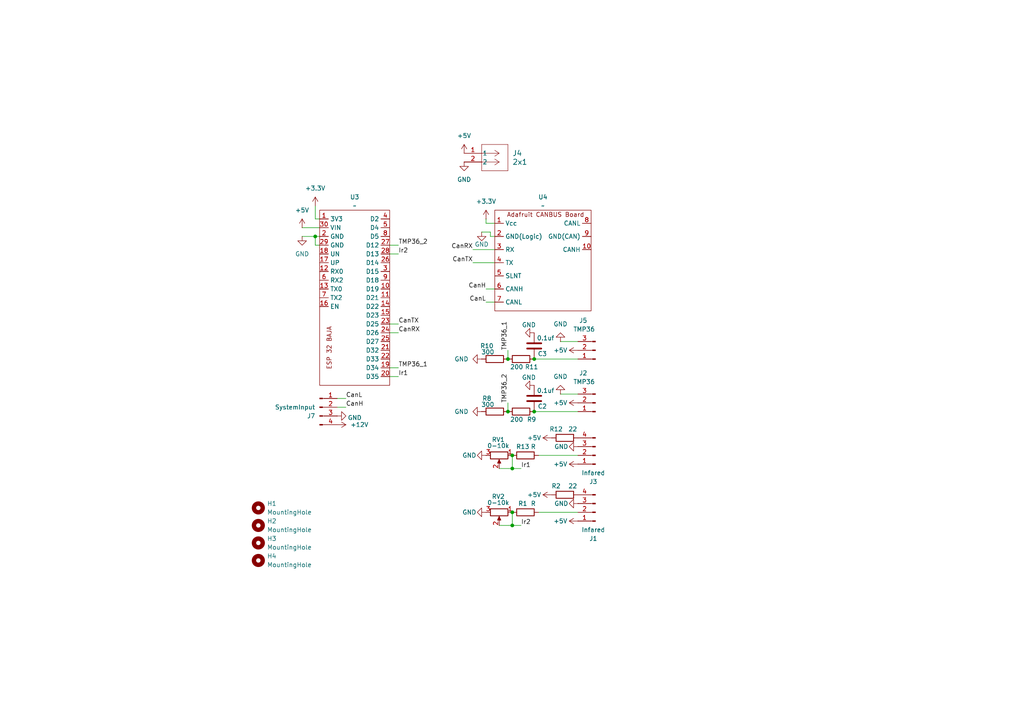
<source format=kicad_sch>
(kicad_sch
	(version 20231120)
	(generator "eeschema")
	(generator_version "8.0")
	(uuid "919628b6-09d4-4730-8c94-2b55dbb3cc38")
	(paper "A4")
	(lib_symbols
		(symbol "2x1:S2B-PH-K-SLFSN"
			(pin_names
				(offset 0.254)
			)
			(exclude_from_sim no)
			(in_bom yes)
			(on_board yes)
			(property "Reference" "J"
				(at 8.89 6.35 0)
				(effects
					(font
						(size 1.524 1.524)
					)
				)
			)
			(property "Value" "S2B-PH-K-SLFSN"
				(at 0 0 0)
				(effects
					(font
						(size 1.524 1.524)
					)
				)
			)
			(property "Footprint" "CONN_S2B-PH-K-S_JST"
				(at 0 0 0)
				(effects
					(font
						(size 1.27 1.27)
						(italic yes)
					)
					(hide yes)
				)
			)
			(property "Datasheet" "S2B-PH-K-SLFSN"
				(at 0 0 0)
				(effects
					(font
						(size 1.27 1.27)
						(italic yes)
					)
					(hide yes)
				)
			)
			(property "Description" ""
				(at 0 0 0)
				(effects
					(font
						(size 1.27 1.27)
					)
					(hide yes)
				)
			)
			(property "ki_locked" ""
				(at 0 0 0)
				(effects
					(font
						(size 1.27 1.27)
					)
				)
			)
			(property "ki_keywords" "S2B-PH-K-S(LF)(SN)"
				(at 0 0 0)
				(effects
					(font
						(size 1.27 1.27)
					)
					(hide yes)
				)
			)
			(property "ki_fp_filters" "CONN_S2B-PH-K-S_JST"
				(at 0 0 0)
				(effects
					(font
						(size 1.27 1.27)
					)
					(hide yes)
				)
			)
			(symbol "S2B-PH-K-SLFSN_1_1"
				(polyline
					(pts
						(xy 5.08 -5.08) (xy 12.7 -5.08)
					)
					(stroke
						(width 0.127)
						(type default)
					)
					(fill
						(type none)
					)
				)
				(polyline
					(pts
						(xy 5.08 2.54) (xy 5.08 -5.08)
					)
					(stroke
						(width 0.127)
						(type default)
					)
					(fill
						(type none)
					)
				)
				(polyline
					(pts
						(xy 10.16 -2.54) (xy 5.08 -2.54)
					)
					(stroke
						(width 0.127)
						(type default)
					)
					(fill
						(type none)
					)
				)
				(polyline
					(pts
						(xy 10.16 -2.54) (xy 8.89 -3.3867)
					)
					(stroke
						(width 0.127)
						(type default)
					)
					(fill
						(type none)
					)
				)
				(polyline
					(pts
						(xy 10.16 -2.54) (xy 8.89 -1.6933)
					)
					(stroke
						(width 0.127)
						(type default)
					)
					(fill
						(type none)
					)
				)
				(polyline
					(pts
						(xy 10.16 0) (xy 5.08 0)
					)
					(stroke
						(width 0.127)
						(type default)
					)
					(fill
						(type none)
					)
				)
				(polyline
					(pts
						(xy 10.16 0) (xy 8.89 -0.8467)
					)
					(stroke
						(width 0.127)
						(type default)
					)
					(fill
						(type none)
					)
				)
				(polyline
					(pts
						(xy 10.16 0) (xy 8.89 0.8467)
					)
					(stroke
						(width 0.127)
						(type default)
					)
					(fill
						(type none)
					)
				)
				(polyline
					(pts
						(xy 12.7 -5.08) (xy 12.7 2.54)
					)
					(stroke
						(width 0.127)
						(type default)
					)
					(fill
						(type none)
					)
				)
				(polyline
					(pts
						(xy 12.7 2.54) (xy 5.08 2.54)
					)
					(stroke
						(width 0.127)
						(type default)
					)
					(fill
						(type none)
					)
				)
				(pin unspecified line
					(at 0 0 0)
					(length 5.08)
					(name "1"
						(effects
							(font
								(size 1.27 1.27)
							)
						)
					)
					(number "1"
						(effects
							(font
								(size 1.27 1.27)
							)
						)
					)
				)
				(pin unspecified line
					(at 0 -2.54 0)
					(length 5.08)
					(name "2"
						(effects
							(font
								(size 1.27 1.27)
							)
						)
					)
					(number "2"
						(effects
							(font
								(size 1.27 1.27)
							)
						)
					)
				)
			)
			(symbol "S2B-PH-K-SLFSN_1_2"
				(polyline
					(pts
						(xy 5.08 -5.08) (xy 12.7 -5.08)
					)
					(stroke
						(width 0.127)
						(type default)
					)
					(fill
						(type none)
					)
				)
				(polyline
					(pts
						(xy 5.08 2.54) (xy 5.08 -5.08)
					)
					(stroke
						(width 0.127)
						(type default)
					)
					(fill
						(type none)
					)
				)
				(polyline
					(pts
						(xy 7.62 -2.54) (xy 5.08 -2.54)
					)
					(stroke
						(width 0.127)
						(type default)
					)
					(fill
						(type none)
					)
				)
				(polyline
					(pts
						(xy 7.62 -2.54) (xy 8.89 -3.3867)
					)
					(stroke
						(width 0.127)
						(type default)
					)
					(fill
						(type none)
					)
				)
				(polyline
					(pts
						(xy 7.62 -2.54) (xy 8.89 -1.6933)
					)
					(stroke
						(width 0.127)
						(type default)
					)
					(fill
						(type none)
					)
				)
				(polyline
					(pts
						(xy 7.62 0) (xy 5.08 0)
					)
					(stroke
						(width 0.127)
						(type default)
					)
					(fill
						(type none)
					)
				)
				(polyline
					(pts
						(xy 7.62 0) (xy 8.89 -0.8467)
					)
					(stroke
						(width 0.127)
						(type default)
					)
					(fill
						(type none)
					)
				)
				(polyline
					(pts
						(xy 7.62 0) (xy 8.89 0.8467)
					)
					(stroke
						(width 0.127)
						(type default)
					)
					(fill
						(type none)
					)
				)
				(polyline
					(pts
						(xy 12.7 -5.08) (xy 12.7 2.54)
					)
					(stroke
						(width 0.127)
						(type default)
					)
					(fill
						(type none)
					)
				)
				(polyline
					(pts
						(xy 12.7 2.54) (xy 5.08 2.54)
					)
					(stroke
						(width 0.127)
						(type default)
					)
					(fill
						(type none)
					)
				)
				(pin unspecified line
					(at 0 0 0)
					(length 5.08)
					(name "1"
						(effects
							(font
								(size 1.27 1.27)
							)
						)
					)
					(number "1"
						(effects
							(font
								(size 1.27 1.27)
							)
						)
					)
				)
				(pin unspecified line
					(at 0 -2.54 0)
					(length 5.08)
					(name "2"
						(effects
							(font
								(size 1.27 1.27)
							)
						)
					)
					(number "2"
						(effects
							(font
								(size 1.27 1.27)
							)
						)
					)
				)
			)
		)
		(symbol "CanBUSPedal:Adafruit_CAN_Pal"
			(exclude_from_sim no)
			(in_bom yes)
			(on_board yes)
			(property "Reference" "U"
				(at 0 0 0)
				(effects
					(font
						(size 1.27 1.27)
					)
				)
			)
			(property "Value" ""
				(at 0 0 0)
				(effects
					(font
						(size 1.27 1.27)
					)
				)
			)
			(property "Footprint" ""
				(at 0 0 0)
				(effects
					(font
						(size 1.27 1.27)
					)
					(hide yes)
				)
			)
			(property "Datasheet" ""
				(at 0 0 0)
				(effects
					(font
						(size 1.27 1.27)
					)
					(hide yes)
				)
			)
			(property "Description" ""
				(at 0 0 0)
				(effects
					(font
						(size 1.27 1.27)
					)
					(hide yes)
				)
			)
			(symbol "Adafruit_CAN_Pal_1_1"
				(rectangle
					(start -15.24 -25.4)
					(end 12.7 3.81)
					(stroke
						(width 0)
						(type default)
					)
					(fill
						(type none)
					)
				)
				(text "Adafruit CANBUS Board"
					(at -0.508 2.54 0)
					(effects
						(font
							(size 1.27 1.27)
						)
					)
				)
				(pin input line
					(at -15.24 0 0)
					(length 2.54)
					(name "Vcc"
						(effects
							(font
								(size 1.27 1.27)
							)
						)
					)
					(number "1"
						(effects
							(font
								(size 1.27 1.27)
							)
						)
					)
				)
				(pin input line
					(at 12.7 -7.62 180)
					(length 2.54)
					(name "CANH"
						(effects
							(font
								(size 1.27 1.27)
							)
						)
					)
					(number "10"
						(effects
							(font
								(size 1.27 1.27)
							)
						)
					)
				)
				(pin input line
					(at -15.24 -3.81 0)
					(length 2.54)
					(name "GND(Logic)"
						(effects
							(font
								(size 1.27 1.27)
							)
						)
					)
					(number "2"
						(effects
							(font
								(size 1.27 1.27)
							)
						)
					)
				)
				(pin input line
					(at -15.24 -7.62 0)
					(length 2.54)
					(name "RX"
						(effects
							(font
								(size 1.27 1.27)
							)
						)
					)
					(number "3"
						(effects
							(font
								(size 1.27 1.27)
							)
						)
					)
				)
				(pin input line
					(at -15.24 -11.43 0)
					(length 2.54)
					(name "TX"
						(effects
							(font
								(size 1.27 1.27)
							)
						)
					)
					(number "4"
						(effects
							(font
								(size 1.27 1.27)
							)
						)
					)
				)
				(pin input line
					(at -15.24 -15.24 0)
					(length 2.54)
					(name "SLNT"
						(effects
							(font
								(size 1.27 1.27)
							)
						)
					)
					(number "5"
						(effects
							(font
								(size 1.27 1.27)
							)
						)
					)
				)
				(pin input line
					(at -15.24 -19.05 0)
					(length 2.54)
					(name "CANH"
						(effects
							(font
								(size 1.27 1.27)
							)
						)
					)
					(number "6"
						(effects
							(font
								(size 1.27 1.27)
							)
						)
					)
				)
				(pin input line
					(at -15.24 -22.86 0)
					(length 2.54)
					(name "CANL"
						(effects
							(font
								(size 1.27 1.27)
							)
						)
					)
					(number "7"
						(effects
							(font
								(size 1.27 1.27)
							)
						)
					)
				)
				(pin input line
					(at 12.7 0 180)
					(length 2.54)
					(name "CANL"
						(effects
							(font
								(size 1.27 1.27)
							)
						)
					)
					(number "8"
						(effects
							(font
								(size 1.27 1.27)
							)
						)
					)
				)
				(pin input line
					(at 12.7 -3.81 180)
					(length 2.54)
					(name "GND(CAN)"
						(effects
							(font
								(size 1.27 1.27)
							)
						)
					)
					(number "9"
						(effects
							(font
								(size 1.27 1.27)
							)
						)
					)
				)
			)
		)
		(symbol "Conn_01x03_Pin_1"
			(pin_names
				(offset 1.016) hide)
			(exclude_from_sim no)
			(in_bom yes)
			(on_board yes)
			(property "Reference" "J5"
				(at 3.556 -8.636 0)
				(effects
					(font
						(size 1.27 1.27)
					)
				)
			)
			(property "Value" "TMP36"
				(at 3.302 -6.096 0)
				(effects
					(font
						(size 1.27 1.27)
					)
				)
			)
			(property "Footprint" "CVT:TMP36_Pad"
				(at 0 0 0)
				(effects
					(font
						(size 1.27 1.27)
					)
					(hide yes)
				)
			)
			(property "Datasheet" "~"
				(at 0 0 0)
				(effects
					(font
						(size 1.27 1.27)
					)
					(hide yes)
				)
			)
			(property "Description" "Generic connector, single row, 01x03, script generated"
				(at 0 0 0)
				(effects
					(font
						(size 1.27 1.27)
					)
					(hide yes)
				)
			)
			(property "ki_locked" ""
				(at 0 0 0)
				(effects
					(font
						(size 1.27 1.27)
					)
				)
			)
			(property "ki_keywords" "connector"
				(at 0 0 0)
				(effects
					(font
						(size 1.27 1.27)
					)
					(hide yes)
				)
			)
			(property "ki_fp_filters" "Connector*:*_1x??_*"
				(at 0 0 0)
				(effects
					(font
						(size 1.27 1.27)
					)
					(hide yes)
				)
			)
			(symbol "Conn_01x03_Pin_1_1_1"
				(polyline
					(pts
						(xy 1.27 -2.54) (xy 0.8636 -2.54)
					)
					(stroke
						(width 0.1524)
						(type default)
					)
					(fill
						(type none)
					)
				)
				(polyline
					(pts
						(xy 1.27 0) (xy 0.8636 0)
					)
					(stroke
						(width 0.1524)
						(type default)
					)
					(fill
						(type none)
					)
				)
				(polyline
					(pts
						(xy 1.27 2.54) (xy 0.8636 2.54)
					)
					(stroke
						(width 0.1524)
						(type default)
					)
					(fill
						(type none)
					)
				)
				(rectangle
					(start 0.8636 -2.413)
					(end 0 -2.667)
					(stroke
						(width 0.1524)
						(type default)
					)
					(fill
						(type outline)
					)
				)
				(rectangle
					(start 0.8636 0.127)
					(end 0 -0.127)
					(stroke
						(width 0.1524)
						(type default)
					)
					(fill
						(type outline)
					)
				)
				(rectangle
					(start 0.8636 2.667)
					(end 0 2.413)
					(stroke
						(width 0.1524)
						(type default)
					)
					(fill
						(type outline)
					)
				)
				(pin passive line
					(at 5.08 2.54 180)
					(length 3.81)
					(name "s"
						(effects
							(font
								(size 1.27 1.27)
							)
						)
					)
					(number "1"
						(effects
							(font
								(size 1.27 1.27)
							)
						)
					)
				)
				(pin passive line
					(at 5.08 0 180)
					(length 3.81)
					(name "3.3+"
						(effects
							(font
								(size 1.27 1.27)
							)
						)
					)
					(number "2"
						(effects
							(font
								(size 1.27 1.27)
							)
						)
					)
				)
				(pin passive line
					(at 5.08 -2.54 180)
					(length 3.81)
					(name "GND"
						(effects
							(font
								(size 1.27 1.27)
							)
						)
					)
					(number "3"
						(effects
							(font
								(size 1.27 1.27)
							)
						)
					)
				)
			)
		)
		(symbol "Conn_01x04_Pin_2"
			(pin_names
				(offset 1.016) hide)
			(exclude_from_sim no)
			(in_bom yes)
			(on_board yes)
			(property "Reference" "J3"
				(at 0.635 7.62 0)
				(effects
					(font
						(size 1.27 1.27)
					)
				)
			)
			(property "Value" "Infared"
				(at 0.635 5.08 0)
				(effects
					(font
						(size 1.27 1.27)
					)
				)
			)
			(property "Footprint" "CVT:Infared"
				(at 0 0 0)
				(effects
					(font
						(size 1.27 1.27)
					)
					(hide yes)
				)
			)
			(property "Datasheet" "~"
				(at 0 0 0)
				(effects
					(font
						(size 1.27 1.27)
					)
					(hide yes)
				)
			)
			(property "Description" "Generic connector, single row, 01x04, script generated"
				(at 0 0 0)
				(effects
					(font
						(size 1.27 1.27)
					)
					(hide yes)
				)
			)
			(property "ki_locked" ""
				(at 0 0 0)
				(effects
					(font
						(size 1.27 1.27)
					)
				)
			)
			(property "ki_keywords" "connector"
				(at 0 0 0)
				(effects
					(font
						(size 1.27 1.27)
					)
					(hide yes)
				)
			)
			(property "ki_fp_filters" "Connector*:*_1x??_*"
				(at 0 0 0)
				(effects
					(font
						(size 1.27 1.27)
					)
					(hide yes)
				)
			)
			(symbol "Conn_01x04_Pin_2_1_1"
				(polyline
					(pts
						(xy 1.27 -5.08) (xy 0.8636 -5.08)
					)
					(stroke
						(width 0.1524)
						(type default)
					)
					(fill
						(type none)
					)
				)
				(polyline
					(pts
						(xy 1.27 -2.54) (xy 0.8636 -2.54)
					)
					(stroke
						(width 0.1524)
						(type default)
					)
					(fill
						(type none)
					)
				)
				(polyline
					(pts
						(xy 1.27 0) (xy 0.8636 0)
					)
					(stroke
						(width 0.1524)
						(type default)
					)
					(fill
						(type none)
					)
				)
				(polyline
					(pts
						(xy 1.27 2.54) (xy 0.8636 2.54)
					)
					(stroke
						(width 0.1524)
						(type default)
					)
					(fill
						(type none)
					)
				)
				(rectangle
					(start 0.8636 -4.953)
					(end 0 -5.207)
					(stroke
						(width 0.1524)
						(type default)
					)
					(fill
						(type outline)
					)
				)
				(rectangle
					(start 0.8636 -2.413)
					(end 0 -2.667)
					(stroke
						(width 0.1524)
						(type default)
					)
					(fill
						(type outline)
					)
				)
				(rectangle
					(start 0.8636 0.127)
					(end 0 -0.127)
					(stroke
						(width 0.1524)
						(type default)
					)
					(fill
						(type outline)
					)
				)
				(rectangle
					(start 0.8636 2.667)
					(end 0 2.413)
					(stroke
						(width 0.1524)
						(type default)
					)
					(fill
						(type outline)
					)
				)
				(pin passive line
					(at 5.08 2.54 180)
					(length 3.81)
					(name "IR+"
						(effects
							(font
								(size 1.27 1.27)
							)
						)
					)
					(number "1"
						(effects
							(font
								(size 1.27 1.27)
							)
						)
					)
				)
				(pin passive line
					(at 5.08 0 180)
					(length 3.81)
					(name "IR-"
						(effects
							(font
								(size 1.27 1.27)
							)
						)
					)
					(number "2"
						(effects
							(font
								(size 1.27 1.27)
							)
						)
					)
				)
				(pin passive line
					(at 5.08 -2.54 180)
					(length 3.81)
					(name "E-"
						(effects
							(font
								(size 1.27 1.27)
							)
						)
					)
					(number "3"
						(effects
							(font
								(size 1.27 1.27)
							)
						)
					)
				)
				(pin passive line
					(at 5.08 -5.08 180)
					(length 3.81)
					(name "E+"
						(effects
							(font
								(size 1.27 1.27)
							)
						)
					)
					(number "4"
						(effects
							(font
								(size 1.27 1.27)
							)
						)
					)
				)
			)
		)
		(symbol "Connector:Conn_01x04_Pin"
			(pin_names
				(offset 1.016) hide)
			(exclude_from_sim no)
			(in_bom yes)
			(on_board yes)
			(property "Reference" "J"
				(at 0 5.08 0)
				(effects
					(font
						(size 1.27 1.27)
					)
				)
			)
			(property "Value" "Conn_01x04_Pin"
				(at 0 -7.62 0)
				(effects
					(font
						(size 1.27 1.27)
					)
				)
			)
			(property "Footprint" ""
				(at 0 0 0)
				(effects
					(font
						(size 1.27 1.27)
					)
					(hide yes)
				)
			)
			(property "Datasheet" "~"
				(at 0 0 0)
				(effects
					(font
						(size 1.27 1.27)
					)
					(hide yes)
				)
			)
			(property "Description" "Generic connector, single row, 01x04, script generated"
				(at 0 0 0)
				(effects
					(font
						(size 1.27 1.27)
					)
					(hide yes)
				)
			)
			(property "ki_locked" ""
				(at 0 0 0)
				(effects
					(font
						(size 1.27 1.27)
					)
				)
			)
			(property "ki_keywords" "connector"
				(at 0 0 0)
				(effects
					(font
						(size 1.27 1.27)
					)
					(hide yes)
				)
			)
			(property "ki_fp_filters" "Connector*:*_1x??_*"
				(at 0 0 0)
				(effects
					(font
						(size 1.27 1.27)
					)
					(hide yes)
				)
			)
			(symbol "Conn_01x04_Pin_1_1"
				(polyline
					(pts
						(xy 1.27 -5.08) (xy 0.8636 -5.08)
					)
					(stroke
						(width 0.1524)
						(type default)
					)
					(fill
						(type none)
					)
				)
				(polyline
					(pts
						(xy 1.27 -2.54) (xy 0.8636 -2.54)
					)
					(stroke
						(width 0.1524)
						(type default)
					)
					(fill
						(type none)
					)
				)
				(polyline
					(pts
						(xy 1.27 0) (xy 0.8636 0)
					)
					(stroke
						(width 0.1524)
						(type default)
					)
					(fill
						(type none)
					)
				)
				(polyline
					(pts
						(xy 1.27 2.54) (xy 0.8636 2.54)
					)
					(stroke
						(width 0.1524)
						(type default)
					)
					(fill
						(type none)
					)
				)
				(rectangle
					(start 0.8636 -4.953)
					(end 0 -5.207)
					(stroke
						(width 0.1524)
						(type default)
					)
					(fill
						(type outline)
					)
				)
				(rectangle
					(start 0.8636 -2.413)
					(end 0 -2.667)
					(stroke
						(width 0.1524)
						(type default)
					)
					(fill
						(type outline)
					)
				)
				(rectangle
					(start 0.8636 0.127)
					(end 0 -0.127)
					(stroke
						(width 0.1524)
						(type default)
					)
					(fill
						(type outline)
					)
				)
				(rectangle
					(start 0.8636 2.667)
					(end 0 2.413)
					(stroke
						(width 0.1524)
						(type default)
					)
					(fill
						(type outline)
					)
				)
				(pin passive line
					(at 5.08 2.54 180)
					(length 3.81)
					(name "Pin_1"
						(effects
							(font
								(size 1.27 1.27)
							)
						)
					)
					(number "1"
						(effects
							(font
								(size 1.27 1.27)
							)
						)
					)
				)
				(pin passive line
					(at 5.08 0 180)
					(length 3.81)
					(name "Pin_2"
						(effects
							(font
								(size 1.27 1.27)
							)
						)
					)
					(number "2"
						(effects
							(font
								(size 1.27 1.27)
							)
						)
					)
				)
				(pin passive line
					(at 5.08 -2.54 180)
					(length 3.81)
					(name "Pin_3"
						(effects
							(font
								(size 1.27 1.27)
							)
						)
					)
					(number "3"
						(effects
							(font
								(size 1.27 1.27)
							)
						)
					)
				)
				(pin passive line
					(at 5.08 -5.08 180)
					(length 3.81)
					(name "Pin_4"
						(effects
							(font
								(size 1.27 1.27)
							)
						)
					)
					(number "4"
						(effects
							(font
								(size 1.27 1.27)
							)
						)
					)
				)
			)
		)
		(symbol "Device:C"
			(pin_numbers hide)
			(pin_names
				(offset 0.254)
			)
			(exclude_from_sim no)
			(in_bom yes)
			(on_board yes)
			(property "Reference" "C"
				(at 0.635 2.54 0)
				(effects
					(font
						(size 1.27 1.27)
					)
					(justify left)
				)
			)
			(property "Value" "C"
				(at 0.635 -2.54 0)
				(effects
					(font
						(size 1.27 1.27)
					)
					(justify left)
				)
			)
			(property "Footprint" ""
				(at 0.9652 -3.81 0)
				(effects
					(font
						(size 1.27 1.27)
					)
					(hide yes)
				)
			)
			(property "Datasheet" "~"
				(at 0 0 0)
				(effects
					(font
						(size 1.27 1.27)
					)
					(hide yes)
				)
			)
			(property "Description" "Unpolarized capacitor"
				(at 0 0 0)
				(effects
					(font
						(size 1.27 1.27)
					)
					(hide yes)
				)
			)
			(property "ki_keywords" "cap capacitor"
				(at 0 0 0)
				(effects
					(font
						(size 1.27 1.27)
					)
					(hide yes)
				)
			)
			(property "ki_fp_filters" "C_*"
				(at 0 0 0)
				(effects
					(font
						(size 1.27 1.27)
					)
					(hide yes)
				)
			)
			(symbol "C_0_1"
				(polyline
					(pts
						(xy -2.032 -0.762) (xy 2.032 -0.762)
					)
					(stroke
						(width 0.508)
						(type default)
					)
					(fill
						(type none)
					)
				)
				(polyline
					(pts
						(xy -2.032 0.762) (xy 2.032 0.762)
					)
					(stroke
						(width 0.508)
						(type default)
					)
					(fill
						(type none)
					)
				)
			)
			(symbol "C_1_1"
				(pin passive line
					(at 0 3.81 270)
					(length 2.794)
					(name "~"
						(effects
							(font
								(size 1.27 1.27)
							)
						)
					)
					(number "1"
						(effects
							(font
								(size 1.27 1.27)
							)
						)
					)
				)
				(pin passive line
					(at 0 -3.81 90)
					(length 2.794)
					(name "~"
						(effects
							(font
								(size 1.27 1.27)
							)
						)
					)
					(number "2"
						(effects
							(font
								(size 1.27 1.27)
							)
						)
					)
				)
			)
		)
		(symbol "Device:R"
			(pin_numbers hide)
			(pin_names
				(offset 0)
			)
			(exclude_from_sim no)
			(in_bom yes)
			(on_board yes)
			(property "Reference" "R"
				(at 2.032 0 90)
				(effects
					(font
						(size 1.27 1.27)
					)
				)
			)
			(property "Value" "R"
				(at 0 0 90)
				(effects
					(font
						(size 1.27 1.27)
					)
				)
			)
			(property "Footprint" ""
				(at -1.778 0 90)
				(effects
					(font
						(size 1.27 1.27)
					)
					(hide yes)
				)
			)
			(property "Datasheet" "~"
				(at 0 0 0)
				(effects
					(font
						(size 1.27 1.27)
					)
					(hide yes)
				)
			)
			(property "Description" "Resistor"
				(at 0 0 0)
				(effects
					(font
						(size 1.27 1.27)
					)
					(hide yes)
				)
			)
			(property "ki_keywords" "R res resistor"
				(at 0 0 0)
				(effects
					(font
						(size 1.27 1.27)
					)
					(hide yes)
				)
			)
			(property "ki_fp_filters" "R_*"
				(at 0 0 0)
				(effects
					(font
						(size 1.27 1.27)
					)
					(hide yes)
				)
			)
			(symbol "R_0_1"
				(rectangle
					(start -1.016 -2.54)
					(end 1.016 2.54)
					(stroke
						(width 0.254)
						(type default)
					)
					(fill
						(type none)
					)
				)
			)
			(symbol "R_1_1"
				(pin passive line
					(at 0 3.81 270)
					(length 1.27)
					(name "~"
						(effects
							(font
								(size 1.27 1.27)
							)
						)
					)
					(number "1"
						(effects
							(font
								(size 1.27 1.27)
							)
						)
					)
				)
				(pin passive line
					(at 0 -3.81 90)
					(length 1.27)
					(name "~"
						(effects
							(font
								(size 1.27 1.27)
							)
						)
					)
					(number "2"
						(effects
							(font
								(size 1.27 1.27)
							)
						)
					)
				)
			)
		)
		(symbol "Device:R_Potentiometer"
			(pin_names
				(offset 1.016) hide)
			(exclude_from_sim no)
			(in_bom yes)
			(on_board yes)
			(property "Reference" "RV"
				(at -4.445 0 90)
				(effects
					(font
						(size 1.27 1.27)
					)
				)
			)
			(property "Value" "R_Potentiometer"
				(at -2.54 0 90)
				(effects
					(font
						(size 1.27 1.27)
					)
				)
			)
			(property "Footprint" ""
				(at 0 0 0)
				(effects
					(font
						(size 1.27 1.27)
					)
					(hide yes)
				)
			)
			(property "Datasheet" "~"
				(at 0 0 0)
				(effects
					(font
						(size 1.27 1.27)
					)
					(hide yes)
				)
			)
			(property "Description" "Potentiometer"
				(at 0 0 0)
				(effects
					(font
						(size 1.27 1.27)
					)
					(hide yes)
				)
			)
			(property "ki_keywords" "resistor variable"
				(at 0 0 0)
				(effects
					(font
						(size 1.27 1.27)
					)
					(hide yes)
				)
			)
			(property "ki_fp_filters" "Potentiometer*"
				(at 0 0 0)
				(effects
					(font
						(size 1.27 1.27)
					)
					(hide yes)
				)
			)
			(symbol "R_Potentiometer_0_1"
				(polyline
					(pts
						(xy 2.54 0) (xy 1.524 0)
					)
					(stroke
						(width 0)
						(type default)
					)
					(fill
						(type none)
					)
				)
				(polyline
					(pts
						(xy 1.143 0) (xy 2.286 0.508) (xy 2.286 -0.508) (xy 1.143 0)
					)
					(stroke
						(width 0)
						(type default)
					)
					(fill
						(type outline)
					)
				)
				(rectangle
					(start 1.016 2.54)
					(end -1.016 -2.54)
					(stroke
						(width 0.254)
						(type default)
					)
					(fill
						(type none)
					)
				)
			)
			(symbol "R_Potentiometer_1_1"
				(pin passive line
					(at 0 3.81 270)
					(length 1.27)
					(name "1"
						(effects
							(font
								(size 1.27 1.27)
							)
						)
					)
					(number "1"
						(effects
							(font
								(size 1.27 1.27)
							)
						)
					)
				)
				(pin passive line
					(at 3.81 0 180)
					(length 1.27)
					(name "2"
						(effects
							(font
								(size 1.27 1.27)
							)
						)
					)
					(number "2"
						(effects
							(font
								(size 1.27 1.27)
							)
						)
					)
				)
				(pin passive line
					(at 0 -3.81 90)
					(length 1.27)
					(name "3"
						(effects
							(font
								(size 1.27 1.27)
							)
						)
					)
					(number "3"
						(effects
							(font
								(size 1.27 1.27)
							)
						)
					)
				)
			)
		)
		(symbol "ESP 32Pedal:ESP32"
			(exclude_from_sim no)
			(in_bom yes)
			(on_board yes)
			(property "Reference" "U"
				(at 0 0 0)
				(effects
					(font
						(size 1.27 1.27)
					)
				)
			)
			(property "Value" ""
				(at 0 0 0)
				(effects
					(font
						(size 1.27 1.27)
					)
				)
			)
			(property "Footprint" "ESP 32:ESP 32 BAJA"
				(at -1.016 -36.322 90)
				(effects
					(font
						(size 1.27 1.27)
					)
					(hide yes)
				)
			)
			(property "Datasheet" ""
				(at 0 0 0)
				(effects
					(font
						(size 1.27 1.27)
					)
					(hide yes)
				)
			)
			(property "Description" ""
				(at 0 0 0)
				(effects
					(font
						(size 1.27 1.27)
					)
					(hide yes)
				)
			)
			(symbol "ESP32_0_1"
				(rectangle
					(start -10.16 1.27)
					(end 10.16 -49.53)
					(stroke
						(width 0)
						(type default)
					)
					(fill
						(type none)
					)
				)
			)
			(symbol "ESP32_1_1"
				(text "ESP 32 BAJA\n"
					(at -7.366 -38.608 900)
					(effects
						(font
							(size 1.27 1.27)
						)
					)
				)
				(pin power_in line
					(at -10.16 -1.27 0)
					(length 2.54)
					(name "3V3"
						(effects
							(font
								(size 1.27 1.27)
							)
						)
					)
					(number "1"
						(effects
							(font
								(size 1.27 1.27)
							)
						)
					)
				)
				(pin bidirectional line
					(at 10.16 -21.59 180)
					(length 2.54)
					(name "D19"
						(effects
							(font
								(size 1.27 1.27)
							)
						)
					)
					(number "10"
						(effects
							(font
								(size 1.27 1.27)
							)
						)
					)
				)
				(pin bidirectional line
					(at 10.16 -24.13 180)
					(length 2.54)
					(name "D21"
						(effects
							(font
								(size 1.27 1.27)
							)
						)
					)
					(number "11"
						(effects
							(font
								(size 1.27 1.27)
							)
						)
					)
				)
				(pin input line
					(at -10.16 -16.51 0)
					(length 2.54)
					(name "RX0"
						(effects
							(font
								(size 1.27 1.27)
							)
						)
					)
					(number "12"
						(effects
							(font
								(size 1.27 1.27)
							)
						)
					)
				)
				(pin output line
					(at -10.16 -21.59 0)
					(length 2.54)
					(name "TX0"
						(effects
							(font
								(size 1.27 1.27)
							)
						)
					)
					(number "13"
						(effects
							(font
								(size 1.27 1.27)
							)
						)
					)
				)
				(pin bidirectional line
					(at 10.16 -26.67 180)
					(length 2.54)
					(name "D22"
						(effects
							(font
								(size 1.27 1.27)
							)
						)
					)
					(number "14"
						(effects
							(font
								(size 1.27 1.27)
							)
						)
					)
				)
				(pin bidirectional line
					(at 10.16 -29.21 180)
					(length 2.54)
					(name "D23"
						(effects
							(font
								(size 1.27 1.27)
							)
						)
					)
					(number "15"
						(effects
							(font
								(size 1.27 1.27)
							)
						)
					)
				)
				(pin bidirectional line
					(at -10.16 -26.67 0)
					(length 2.54)
					(name "EN"
						(effects
							(font
								(size 1.27 1.27)
							)
						)
					)
					(number "16"
						(effects
							(font
								(size 1.27 1.27)
							)
						)
					)
				)
				(pin passive line
					(at -10.16 -13.97 0)
					(length 2.54)
					(name "UP"
						(effects
							(font
								(size 1.27 1.27)
							)
						)
					)
					(number "17"
						(effects
							(font
								(size 1.27 1.27)
							)
						)
					)
				)
				(pin free line
					(at -10.16 -11.43 0)
					(length 2.54)
					(name "UN"
						(effects
							(font
								(size 1.27 1.27)
							)
						)
					)
					(number "18"
						(effects
							(font
								(size 1.27 1.27)
							)
						)
					)
				)
				(pin bidirectional line
					(at 10.16 -44.45 180)
					(length 2.54)
					(name "D34"
						(effects
							(font
								(size 1.27 1.27)
							)
						)
					)
					(number "19"
						(effects
							(font
								(size 1.27 1.27)
							)
						)
					)
				)
				(pin power_in line
					(at -10.16 -6.35 0)
					(length 2.54)
					(name "GND"
						(effects
							(font
								(size 1.27 1.27)
							)
						)
					)
					(number "2"
						(effects
							(font
								(size 1.27 1.27)
							)
						)
					)
				)
				(pin bidirectional line
					(at 10.16 -46.99 180)
					(length 2.54)
					(name "D35"
						(effects
							(font
								(size 1.27 1.27)
							)
						)
					)
					(number "20"
						(effects
							(font
								(size 1.27 1.27)
							)
						)
					)
				)
				(pin bidirectional line
					(at 10.16 -39.37 180)
					(length 2.54)
					(name "D32"
						(effects
							(font
								(size 1.27 1.27)
							)
						)
					)
					(number "21"
						(effects
							(font
								(size 1.27 1.27)
							)
						)
					)
				)
				(pin bidirectional line
					(at 10.16 -41.91 180)
					(length 2.54)
					(name "D33"
						(effects
							(font
								(size 1.27 1.27)
							)
						)
					)
					(number "22"
						(effects
							(font
								(size 1.27 1.27)
							)
						)
					)
				)
				(pin bidirectional line
					(at 10.16 -31.75 180)
					(length 2.54)
					(name "D25"
						(effects
							(font
								(size 1.27 1.27)
							)
						)
					)
					(number "23"
						(effects
							(font
								(size 1.27 1.27)
							)
						)
					)
				)
				(pin bidirectional line
					(at 10.16 -34.29 180)
					(length 2.54)
					(name "D26"
						(effects
							(font
								(size 1.27 1.27)
							)
						)
					)
					(number "24"
						(effects
							(font
								(size 1.27 1.27)
							)
						)
					)
				)
				(pin bidirectional line
					(at 10.16 -36.83 180)
					(length 2.54)
					(name "D27"
						(effects
							(font
								(size 1.27 1.27)
							)
						)
					)
					(number "25"
						(effects
							(font
								(size 1.27 1.27)
							)
						)
					)
				)
				(pin bidirectional line
					(at 10.16 -13.97 180)
					(length 2.54)
					(name "D14"
						(effects
							(font
								(size 1.27 1.27)
							)
						)
					)
					(number "26"
						(effects
							(font
								(size 1.27 1.27)
							)
						)
					)
				)
				(pin bidirectional line
					(at 10.16 -8.89 180)
					(length 2.54)
					(name "D12"
						(effects
							(font
								(size 1.27 1.27)
							)
						)
					)
					(number "27"
						(effects
							(font
								(size 1.27 1.27)
							)
						)
					)
				)
				(pin bidirectional line
					(at 10.16 -11.43 180)
					(length 2.54)
					(name "D13"
						(effects
							(font
								(size 1.27 1.27)
							)
						)
					)
					(number "28"
						(effects
							(font
								(size 1.27 1.27)
							)
						)
					)
				)
				(pin power_in line
					(at -10.16 -8.89 0)
					(length 2.54)
					(name "GND"
						(effects
							(font
								(size 1.27 1.27)
							)
						)
					)
					(number "29"
						(effects
							(font
								(size 1.27 1.27)
							)
						)
					)
				)
				(pin bidirectional line
					(at 10.16 -16.51 180)
					(length 2.54)
					(name "D15"
						(effects
							(font
								(size 1.27 1.27)
							)
						)
					)
					(number "3"
						(effects
							(font
								(size 1.27 1.27)
							)
						)
					)
				)
				(pin power_in line
					(at -10.16 -3.81 0)
					(length 2.54)
					(name "VIN"
						(effects
							(font
								(size 1.27 1.27)
							)
						)
					)
					(number "30"
						(effects
							(font
								(size 1.27 1.27)
							)
						)
					)
				)
				(pin bidirectional line
					(at 10.16 -1.27 180)
					(length 2.54)
					(name "D2"
						(effects
							(font
								(size 1.27 1.27)
							)
						)
					)
					(number "4"
						(effects
							(font
								(size 1.27 1.27)
							)
						)
					)
				)
				(pin bidirectional line
					(at 10.16 -3.81 180)
					(length 2.54)
					(name "D4"
						(effects
							(font
								(size 1.27 1.27)
							)
						)
					)
					(number "5"
						(effects
							(font
								(size 1.27 1.27)
							)
						)
					)
				)
				(pin input line
					(at -10.16 -19.05 0)
					(length 2.54)
					(name "RX2"
						(effects
							(font
								(size 1.27 1.27)
							)
						)
					)
					(number "6"
						(effects
							(font
								(size 1.27 1.27)
							)
						)
					)
				)
				(pin output line
					(at -10.16 -24.13 0)
					(length 2.54)
					(name "TX2"
						(effects
							(font
								(size 1.27 1.27)
							)
						)
					)
					(number "7"
						(effects
							(font
								(size 1.27 1.27)
							)
						)
					)
				)
				(pin bidirectional line
					(at 10.16 -6.35 180)
					(length 2.54)
					(name "D5"
						(effects
							(font
								(size 1.27 1.27)
							)
						)
					)
					(number "8"
						(effects
							(font
								(size 1.27 1.27)
							)
						)
					)
				)
				(pin bidirectional line
					(at 10.16 -19.05 180)
					(length 2.54)
					(name "D18"
						(effects
							(font
								(size 1.27 1.27)
							)
						)
					)
					(number "9"
						(effects
							(font
								(size 1.27 1.27)
							)
						)
					)
				)
			)
		)
		(symbol "Mechanical:MountingHole"
			(pin_names
				(offset 1.016)
			)
			(exclude_from_sim yes)
			(in_bom no)
			(on_board yes)
			(property "Reference" "H"
				(at 0 5.08 0)
				(effects
					(font
						(size 1.27 1.27)
					)
				)
			)
			(property "Value" "MountingHole"
				(at 0 3.175 0)
				(effects
					(font
						(size 1.27 1.27)
					)
				)
			)
			(property "Footprint" ""
				(at 0 0 0)
				(effects
					(font
						(size 1.27 1.27)
					)
					(hide yes)
				)
			)
			(property "Datasheet" "~"
				(at 0 0 0)
				(effects
					(font
						(size 1.27 1.27)
					)
					(hide yes)
				)
			)
			(property "Description" "Mounting Hole without connection"
				(at 0 0 0)
				(effects
					(font
						(size 1.27 1.27)
					)
					(hide yes)
				)
			)
			(property "ki_keywords" "mounting hole"
				(at 0 0 0)
				(effects
					(font
						(size 1.27 1.27)
					)
					(hide yes)
				)
			)
			(property "ki_fp_filters" "MountingHole*"
				(at 0 0 0)
				(effects
					(font
						(size 1.27 1.27)
					)
					(hide yes)
				)
			)
			(symbol "MountingHole_0_1"
				(circle
					(center 0 0)
					(radius 1.27)
					(stroke
						(width 1.27)
						(type default)
					)
					(fill
						(type none)
					)
				)
			)
		)
		(symbol "power:+12V"
			(power)
			(pin_numbers hide)
			(pin_names
				(offset 0) hide)
			(exclude_from_sim no)
			(in_bom yes)
			(on_board yes)
			(property "Reference" "#PWR"
				(at 0 -3.81 0)
				(effects
					(font
						(size 1.27 1.27)
					)
					(hide yes)
				)
			)
			(property "Value" "+12V"
				(at 0 3.556 0)
				(effects
					(font
						(size 1.27 1.27)
					)
				)
			)
			(property "Footprint" ""
				(at 0 0 0)
				(effects
					(font
						(size 1.27 1.27)
					)
					(hide yes)
				)
			)
			(property "Datasheet" ""
				(at 0 0 0)
				(effects
					(font
						(size 1.27 1.27)
					)
					(hide yes)
				)
			)
			(property "Description" "Power symbol creates a global label with name \"+12V\""
				(at 0 0 0)
				(effects
					(font
						(size 1.27 1.27)
					)
					(hide yes)
				)
			)
			(property "ki_keywords" "global power"
				(at 0 0 0)
				(effects
					(font
						(size 1.27 1.27)
					)
					(hide yes)
				)
			)
			(symbol "+12V_0_1"
				(polyline
					(pts
						(xy -0.762 1.27) (xy 0 2.54)
					)
					(stroke
						(width 0)
						(type default)
					)
					(fill
						(type none)
					)
				)
				(polyline
					(pts
						(xy 0 0) (xy 0 2.54)
					)
					(stroke
						(width 0)
						(type default)
					)
					(fill
						(type none)
					)
				)
				(polyline
					(pts
						(xy 0 2.54) (xy 0.762 1.27)
					)
					(stroke
						(width 0)
						(type default)
					)
					(fill
						(type none)
					)
				)
			)
			(symbol "+12V_1_1"
				(pin power_in line
					(at 0 0 90)
					(length 0)
					(name "~"
						(effects
							(font
								(size 1.27 1.27)
							)
						)
					)
					(number "1"
						(effects
							(font
								(size 1.27 1.27)
							)
						)
					)
				)
			)
		)
		(symbol "power:+3.3V"
			(power)
			(pin_numbers hide)
			(pin_names
				(offset 0) hide)
			(exclude_from_sim no)
			(in_bom yes)
			(on_board yes)
			(property "Reference" "#PWR"
				(at 0 -3.81 0)
				(effects
					(font
						(size 1.27 1.27)
					)
					(hide yes)
				)
			)
			(property "Value" "+3.3V"
				(at 0 3.556 0)
				(effects
					(font
						(size 1.27 1.27)
					)
				)
			)
			(property "Footprint" ""
				(at 0 0 0)
				(effects
					(font
						(size 1.27 1.27)
					)
					(hide yes)
				)
			)
			(property "Datasheet" ""
				(at 0 0 0)
				(effects
					(font
						(size 1.27 1.27)
					)
					(hide yes)
				)
			)
			(property "Description" "Power symbol creates a global label with name \"+3.3V\""
				(at 0 0 0)
				(effects
					(font
						(size 1.27 1.27)
					)
					(hide yes)
				)
			)
			(property "ki_keywords" "global power"
				(at 0 0 0)
				(effects
					(font
						(size 1.27 1.27)
					)
					(hide yes)
				)
			)
			(symbol "+3.3V_0_1"
				(polyline
					(pts
						(xy -0.762 1.27) (xy 0 2.54)
					)
					(stroke
						(width 0)
						(type default)
					)
					(fill
						(type none)
					)
				)
				(polyline
					(pts
						(xy 0 0) (xy 0 2.54)
					)
					(stroke
						(width 0)
						(type default)
					)
					(fill
						(type none)
					)
				)
				(polyline
					(pts
						(xy 0 2.54) (xy 0.762 1.27)
					)
					(stroke
						(width 0)
						(type default)
					)
					(fill
						(type none)
					)
				)
			)
			(symbol "+3.3V_1_1"
				(pin power_in line
					(at 0 0 90)
					(length 0)
					(name "~"
						(effects
							(font
								(size 1.27 1.27)
							)
						)
					)
					(number "1"
						(effects
							(font
								(size 1.27 1.27)
							)
						)
					)
				)
			)
		)
		(symbol "power:+5V"
			(power)
			(pin_numbers hide)
			(pin_names
				(offset 0) hide)
			(exclude_from_sim no)
			(in_bom yes)
			(on_board yes)
			(property "Reference" "#PWR"
				(at 0 -3.81 0)
				(effects
					(font
						(size 1.27 1.27)
					)
					(hide yes)
				)
			)
			(property "Value" "+5V"
				(at 0 3.556 0)
				(effects
					(font
						(size 1.27 1.27)
					)
				)
			)
			(property "Footprint" ""
				(at 0 0 0)
				(effects
					(font
						(size 1.27 1.27)
					)
					(hide yes)
				)
			)
			(property "Datasheet" ""
				(at 0 0 0)
				(effects
					(font
						(size 1.27 1.27)
					)
					(hide yes)
				)
			)
			(property "Description" "Power symbol creates a global label with name \"+5V\""
				(at 0 0 0)
				(effects
					(font
						(size 1.27 1.27)
					)
					(hide yes)
				)
			)
			(property "ki_keywords" "global power"
				(at 0 0 0)
				(effects
					(font
						(size 1.27 1.27)
					)
					(hide yes)
				)
			)
			(symbol "+5V_0_1"
				(polyline
					(pts
						(xy -0.762 1.27) (xy 0 2.54)
					)
					(stroke
						(width 0)
						(type default)
					)
					(fill
						(type none)
					)
				)
				(polyline
					(pts
						(xy 0 0) (xy 0 2.54)
					)
					(stroke
						(width 0)
						(type default)
					)
					(fill
						(type none)
					)
				)
				(polyline
					(pts
						(xy 0 2.54) (xy 0.762 1.27)
					)
					(stroke
						(width 0)
						(type default)
					)
					(fill
						(type none)
					)
				)
			)
			(symbol "+5V_1_1"
				(pin power_in line
					(at 0 0 90)
					(length 0)
					(name "~"
						(effects
							(font
								(size 1.27 1.27)
							)
						)
					)
					(number "1"
						(effects
							(font
								(size 1.27 1.27)
							)
						)
					)
				)
			)
		)
		(symbol "power:GND"
			(power)
			(pin_numbers hide)
			(pin_names
				(offset 0) hide)
			(exclude_from_sim no)
			(in_bom yes)
			(on_board yes)
			(property "Reference" "#PWR"
				(at 0 -6.35 0)
				(effects
					(font
						(size 1.27 1.27)
					)
					(hide yes)
				)
			)
			(property "Value" "GND"
				(at 0 -3.81 0)
				(effects
					(font
						(size 1.27 1.27)
					)
				)
			)
			(property "Footprint" ""
				(at 0 0 0)
				(effects
					(font
						(size 1.27 1.27)
					)
					(hide yes)
				)
			)
			(property "Datasheet" ""
				(at 0 0 0)
				(effects
					(font
						(size 1.27 1.27)
					)
					(hide yes)
				)
			)
			(property "Description" "Power symbol creates a global label with name \"GND\" , ground"
				(at 0 0 0)
				(effects
					(font
						(size 1.27 1.27)
					)
					(hide yes)
				)
			)
			(property "ki_keywords" "global power"
				(at 0 0 0)
				(effects
					(font
						(size 1.27 1.27)
					)
					(hide yes)
				)
			)
			(symbol "GND_0_1"
				(polyline
					(pts
						(xy 0 0) (xy 0 -1.27) (xy 1.27 -1.27) (xy 0 -2.54) (xy -1.27 -1.27) (xy 0 -1.27)
					)
					(stroke
						(width 0)
						(type default)
					)
					(fill
						(type none)
					)
				)
			)
			(symbol "GND_1_1"
				(pin power_in line
					(at 0 0 270)
					(length 0)
					(name "~"
						(effects
							(font
								(size 1.27 1.27)
							)
						)
					)
					(number "1"
						(effects
							(font
								(size 1.27 1.27)
							)
						)
					)
				)
			)
		)
	)
	(junction
		(at 147.32 119.38)
		(diameter 0)
		(color 0 0 0 0)
		(uuid "202863e4-f225-4778-aeb8-aec9d61a6a06")
	)
	(junction
		(at 147.32 104.14)
		(diameter 0)
		(color 0 0 0 0)
		(uuid "2299e68c-e431-42e1-a1df-436971d7e90b")
	)
	(junction
		(at 148.59 132.08)
		(diameter 0)
		(color 0 0 0 0)
		(uuid "326de882-3ff8-4c79-bbba-3cd1ec48924c")
	)
	(junction
		(at 148.59 152.4)
		(diameter 0)
		(color 0 0 0 0)
		(uuid "54885253-9019-4289-8c6c-c10fa2fe7f3c")
	)
	(junction
		(at 154.94 104.14)
		(diameter 0)
		(color 0 0 0 0)
		(uuid "7051f748-001f-49ad-8914-e1cb6902c1af")
	)
	(junction
		(at 148.59 135.89)
		(diameter 0)
		(color 0 0 0 0)
		(uuid "708953e5-ad9e-4dd4-b780-c438b969bfef")
	)
	(junction
		(at 154.94 119.38)
		(diameter 0)
		(color 0 0 0 0)
		(uuid "71e82110-949d-4fd1-8a75-0b550be0fb7f")
	)
	(junction
		(at 91.44 68.58)
		(diameter 0)
		(color 0 0 0 0)
		(uuid "8de5d76c-a284-480a-b9fe-ab2445f42dd3")
	)
	(junction
		(at 148.59 148.59)
		(diameter 0)
		(color 0 0 0 0)
		(uuid "f5709375-7f8c-4f31-b92d-56d4192b208c")
	)
	(wire
		(pts
			(xy 91.44 71.12) (xy 91.44 68.58)
		)
		(stroke
			(width 0)
			(type default)
		)
		(uuid "08ae0a6a-bfce-41a9-b055-e6631f73c2f3")
	)
	(wire
		(pts
			(xy 113.03 109.22) (xy 115.57 109.22)
		)
		(stroke
			(width 0)
			(type default)
		)
		(uuid "0cee59ce-8a6a-4f37-9ef9-f24a8051999d")
	)
	(wire
		(pts
			(xy 147.32 101.6) (xy 147.32 104.14)
		)
		(stroke
			(width 0)
			(type default)
		)
		(uuid "10980f25-4051-40cc-8bb8-6820cb36ed3c")
	)
	(wire
		(pts
			(xy 100.33 115.57) (xy 97.79 115.57)
		)
		(stroke
			(width 0)
			(type default)
		)
		(uuid "146ee021-40a8-4b5c-a227-1426816e8322")
	)
	(wire
		(pts
			(xy 162.56 114.3) (xy 167.64 114.3)
		)
		(stroke
			(width 0)
			(type default)
		)
		(uuid "1655f8ce-0428-4a62-b904-667da2cde714")
	)
	(wire
		(pts
			(xy 91.44 63.5) (xy 92.71 63.5)
		)
		(stroke
			(width 0)
			(type default)
		)
		(uuid "2326aa01-3ee8-49e7-840d-91e1f925af02")
	)
	(wire
		(pts
			(xy 140.97 64.77) (xy 143.51 64.77)
		)
		(stroke
			(width 0)
			(type default)
		)
		(uuid "24d67231-5c97-4cf4-8f4b-856aa21b2ec3")
	)
	(wire
		(pts
			(xy 139.7 67.31) (xy 142.24 67.31)
		)
		(stroke
			(width 0)
			(type default)
		)
		(uuid "2b6e6922-36a8-43a1-91bf-b38dc5618a30")
	)
	(wire
		(pts
			(xy 87.63 66.04) (xy 92.71 66.04)
		)
		(stroke
			(width 0)
			(type default)
		)
		(uuid "2dba3078-0eeb-400a-9697-9d7de2e1d690")
	)
	(wire
		(pts
			(xy 154.94 119.38) (xy 167.64 119.38)
		)
		(stroke
			(width 0)
			(type default)
		)
		(uuid "3e32268c-0014-49a1-a130-bf0feb3ce038")
	)
	(wire
		(pts
			(xy 154.94 104.14) (xy 167.64 104.14)
		)
		(stroke
			(width 0)
			(type default)
		)
		(uuid "3ea4f809-28ad-4fb8-aae9-2e2886dc53c7")
	)
	(wire
		(pts
			(xy 113.03 73.66) (xy 115.57 73.66)
		)
		(stroke
			(width 0)
			(type default)
		)
		(uuid "443de24c-1174-41e4-ad93-e55b97a834b2")
	)
	(wire
		(pts
			(xy 156.21 132.08) (xy 167.64 132.08)
		)
		(stroke
			(width 0)
			(type default)
		)
		(uuid "470b1052-bd58-4bab-9552-9745c66a53e5")
	)
	(wire
		(pts
			(xy 147.32 116.84) (xy 147.32 119.38)
		)
		(stroke
			(width 0)
			(type default)
		)
		(uuid "56114c59-d2de-4687-b74a-4a706af06259")
	)
	(wire
		(pts
			(xy 148.59 152.4) (xy 148.59 148.59)
		)
		(stroke
			(width 0)
			(type default)
		)
		(uuid "56b39e89-766e-4e76-ad33-300c0a355ef4")
	)
	(wire
		(pts
			(xy 113.03 106.68) (xy 115.57 106.68)
		)
		(stroke
			(width 0)
			(type default)
		)
		(uuid "6558e79e-bb8d-4dc9-b715-04ae6de8d1eb")
	)
	(wire
		(pts
			(xy 144.78 152.4) (xy 148.59 152.4)
		)
		(stroke
			(width 0)
			(type default)
		)
		(uuid "675115f2-cb47-4125-9e8b-20976dbef570")
	)
	(wire
		(pts
			(xy 92.71 71.12) (xy 91.44 71.12)
		)
		(stroke
			(width 0)
			(type default)
		)
		(uuid "6dd2bb09-e820-43dd-b352-7e496e04e223")
	)
	(wire
		(pts
			(xy 137.16 72.39) (xy 143.51 72.39)
		)
		(stroke
			(width 0)
			(type default)
		)
		(uuid "6eb474e9-4b41-4d7f-b68b-b0b54c634fb7")
	)
	(wire
		(pts
			(xy 156.21 148.59) (xy 167.64 148.59)
		)
		(stroke
			(width 0)
			(type default)
		)
		(uuid "7d7a5612-46e8-43c2-b08f-201dbff5e772")
	)
	(wire
		(pts
			(xy 148.59 135.89) (xy 148.59 132.08)
		)
		(stroke
			(width 0)
			(type default)
		)
		(uuid "7d95ba84-b43e-4917-a150-280c9c3bf834")
	)
	(wire
		(pts
			(xy 137.16 76.2) (xy 143.51 76.2)
		)
		(stroke
			(width 0)
			(type default)
		)
		(uuid "7e44817c-f7c7-435a-bd94-c3be9b3c8e80")
	)
	(wire
		(pts
			(xy 162.56 99.06) (xy 167.64 99.06)
		)
		(stroke
			(width 0)
			(type default)
		)
		(uuid "7f762b77-f031-4e45-a51f-81324ff48996")
	)
	(wire
		(pts
			(xy 140.97 83.82) (xy 143.51 83.82)
		)
		(stroke
			(width 0)
			(type default)
		)
		(uuid "8059ab39-2142-41c1-92f3-def000c90d5d")
	)
	(wire
		(pts
			(xy 140.97 63.5) (xy 140.97 64.77)
		)
		(stroke
			(width 0)
			(type default)
		)
		(uuid "8e4307c6-9d33-466c-bb66-5db400991109")
	)
	(wire
		(pts
			(xy 91.44 68.58) (xy 92.71 68.58)
		)
		(stroke
			(width 0)
			(type default)
		)
		(uuid "8ffdc066-36d6-458a-af17-c85c833620f6")
	)
	(wire
		(pts
			(xy 148.59 152.4) (xy 151.13 152.4)
		)
		(stroke
			(width 0)
			(type default)
		)
		(uuid "9fd6ff19-546d-4ef1-84ae-1be257918802")
	)
	(wire
		(pts
			(xy 100.33 118.11) (xy 97.79 118.11)
		)
		(stroke
			(width 0)
			(type default)
		)
		(uuid "b3ec17e3-c543-4dd0-b1c0-cf303f23b3e2")
	)
	(wire
		(pts
			(xy 113.03 96.52) (xy 115.57 96.52)
		)
		(stroke
			(width 0)
			(type default)
		)
		(uuid "b8c108ca-a6bb-444f-adcf-0eeb2b427fd6")
	)
	(wire
		(pts
			(xy 113.03 71.12) (xy 115.57 71.12)
		)
		(stroke
			(width 0)
			(type default)
		)
		(uuid "bfe74de9-0fe0-4aed-8632-edc65915dfee")
	)
	(wire
		(pts
			(xy 113.03 93.98) (xy 115.57 93.98)
		)
		(stroke
			(width 0)
			(type default)
		)
		(uuid "cb965d5e-f519-4e55-b27a-99bf53298068")
	)
	(wire
		(pts
			(xy 148.59 135.89) (xy 151.13 135.89)
		)
		(stroke
			(width 0)
			(type default)
		)
		(uuid "ce156e2f-f422-48c2-96e4-a945ea102649")
	)
	(wire
		(pts
			(xy 140.97 87.63) (xy 143.51 87.63)
		)
		(stroke
			(width 0)
			(type default)
		)
		(uuid "d2fd6162-e85b-4a4f-b83d-c1a978237664")
	)
	(wire
		(pts
			(xy 142.24 67.31) (xy 142.24 68.58)
		)
		(stroke
			(width 0)
			(type default)
		)
		(uuid "d413be82-fe0a-4b8d-8908-c1735cf8ea62")
	)
	(wire
		(pts
			(xy 142.24 68.58) (xy 143.51 68.58)
		)
		(stroke
			(width 0)
			(type default)
		)
		(uuid "e9ffc983-428f-4892-a7eb-527fe608ad0a")
	)
	(wire
		(pts
			(xy 144.78 135.89) (xy 148.59 135.89)
		)
		(stroke
			(width 0)
			(type default)
		)
		(uuid "f26bf3a7-87a9-489e-abe1-aed26f0e29aa")
	)
	(wire
		(pts
			(xy 91.44 59.69) (xy 91.44 63.5)
		)
		(stroke
			(width 0)
			(type default)
		)
		(uuid "f6d30fcb-116a-4385-9cf0-f203718441af")
	)
	(wire
		(pts
			(xy 87.63 68.58) (xy 91.44 68.58)
		)
		(stroke
			(width 0)
			(type default)
		)
		(uuid "fabb1be8-0193-4e59-b4de-f6c1c165f7de")
	)
	(label "Ir2"
		(at 115.57 73.66 0)
		(fields_autoplaced yes)
		(effects
			(font
				(size 1.27 1.27)
			)
			(justify left bottom)
		)
		(uuid "11476204-28d7-4b3f-af2d-a3201cbe7601")
	)
	(label "CanTX"
		(at 115.57 93.98 0)
		(fields_autoplaced yes)
		(effects
			(font
				(size 1.27 1.27)
			)
			(justify left bottom)
		)
		(uuid "22420b37-e4fc-47b8-989c-f4721ed438bc")
	)
	(label "Ir1"
		(at 115.57 109.22 0)
		(fields_autoplaced yes)
		(effects
			(font
				(size 1.27 1.27)
			)
			(justify left bottom)
		)
		(uuid "51604ba4-8364-4202-95dc-1e2d8c7160c8")
	)
	(label "TMP36_2"
		(at 115.57 71.12 0)
		(fields_autoplaced yes)
		(effects
			(font
				(size 1.27 1.27)
			)
			(justify left bottom)
		)
		(uuid "7710080f-f558-4afc-8f96-7eb9214cc038")
	)
	(label "CanH"
		(at 100.33 118.11 0)
		(fields_autoplaced yes)
		(effects
			(font
				(size 1.27 1.27)
			)
			(justify left bottom)
		)
		(uuid "7a853a11-cb09-409d-a721-c5bedc8571f7")
	)
	(label "Ir1"
		(at 151.13 135.89 0)
		(fields_autoplaced yes)
		(effects
			(font
				(size 1.27 1.27)
			)
			(justify left bottom)
		)
		(uuid "85404028-24a7-4cf1-86d2-2ba5db85b107")
	)
	(label "CanL"
		(at 100.33 115.57 0)
		(fields_autoplaced yes)
		(effects
			(font
				(size 1.27 1.27)
			)
			(justify left bottom)
		)
		(uuid "857e82bd-526d-4063-ad29-062b867f3f5c")
	)
	(label "CanL"
		(at 140.97 87.63 180)
		(fields_autoplaced yes)
		(effects
			(font
				(size 1.27 1.27)
			)
			(justify right bottom)
		)
		(uuid "8e587fd0-cf6a-4133-aa0a-2565785275f8")
	)
	(label "CanTX"
		(at 137.16 76.2 180)
		(fields_autoplaced yes)
		(effects
			(font
				(size 1.27 1.27)
			)
			(justify right bottom)
		)
		(uuid "9509c416-b32c-49b9-8b99-28eebed7d4ab")
	)
	(label "CanRX"
		(at 137.16 72.39 180)
		(fields_autoplaced yes)
		(effects
			(font
				(size 1.27 1.27)
			)
			(justify right bottom)
		)
		(uuid "a88b71ad-c08c-4585-b76b-7116ccba6e54")
	)
	(label "CanH"
		(at 140.97 83.82 180)
		(fields_autoplaced yes)
		(effects
			(font
				(size 1.27 1.27)
			)
			(justify right bottom)
		)
		(uuid "c795ca62-d5bb-488e-b3c3-a8337c764d02")
	)
	(label "TMP36_2"
		(at 147.32 116.84 90)
		(fields_autoplaced yes)
		(effects
			(font
				(size 1.27 1.27)
			)
			(justify left bottom)
		)
		(uuid "cb44e175-a8cf-410b-99da-16d727a6fdb9")
	)
	(label "Ir2"
		(at 151.13 152.4 0)
		(fields_autoplaced yes)
		(effects
			(font
				(size 1.27 1.27)
			)
			(justify left bottom)
		)
		(uuid "cce22d2e-f301-454d-8591-7c6b719600e9")
	)
	(label "CanRX"
		(at 115.57 96.52 0)
		(fields_autoplaced yes)
		(effects
			(font
				(size 1.27 1.27)
			)
			(justify left bottom)
		)
		(uuid "d31eb774-8953-410b-810b-145d6e0f98fd")
	)
	(label "TMP36_1"
		(at 147.32 101.6 90)
		(fields_autoplaced yes)
		(effects
			(font
				(size 1.27 1.27)
			)
			(justify left bottom)
		)
		(uuid "d45db590-4910-4f57-8433-2ebc9315d805")
	)
	(label "TMP36_1"
		(at 115.57 106.68 0)
		(fields_autoplaced yes)
		(effects
			(font
				(size 1.27 1.27)
			)
			(justify left bottom)
		)
		(uuid "f92fd85a-8720-4f9a-9361-a7a70b63a91b")
	)
	(symbol
		(lib_id "Mechanical:MountingHole")
		(at 74.93 147.32 0)
		(unit 1)
		(exclude_from_sim yes)
		(in_bom no)
		(on_board yes)
		(dnp no)
		(fields_autoplaced yes)
		(uuid "017c0553-9dcf-4b21-98bd-a3907f811fd9")
		(property "Reference" "H1"
			(at 77.47 146.0499 0)
			(effects
				(font
					(size 1.27 1.27)
				)
				(justify left)
			)
		)
		(property "Value" "MountingHole"
			(at 77.47 148.5899 0)
			(effects
				(font
					(size 1.27 1.27)
				)
				(justify left)
			)
		)
		(property "Footprint" "MountingHole:MountingHole_4.3mm_M4"
			(at 74.93 147.32 0)
			(effects
				(font
					(size 1.27 1.27)
				)
				(hide yes)
			)
		)
		(property "Datasheet" "~"
			(at 74.93 147.32 0)
			(effects
				(font
					(size 1.27 1.27)
				)
				(hide yes)
			)
		)
		(property "Description" "Mounting Hole without connection"
			(at 74.93 147.32 0)
			(effects
				(font
					(size 1.27 1.27)
				)
				(hide yes)
			)
		)
		(instances
			(project ""
				(path "/919628b6-09d4-4730-8c94-2b55dbb3cc38"
					(reference "H1")
					(unit 1)
				)
			)
		)
	)
	(symbol
		(lib_name "Conn_01x04_Pin_2")
		(lib_id "Connector:Conn_01x04_Pin")
		(at 172.72 132.08 180)
		(unit 1)
		(exclude_from_sim no)
		(in_bom yes)
		(on_board yes)
		(dnp no)
		(fields_autoplaced yes)
		(uuid "07e470f6-6bde-4480-8c3a-f6d0859e63b6")
		(property "Reference" "J3"
			(at 172.085 139.7 0)
			(effects
				(font
					(size 1.27 1.27)
				)
			)
		)
		(property "Value" "Infared"
			(at 172.085 137.16 0)
			(effects
				(font
					(size 1.27 1.27)
				)
			)
		)
		(property "Footprint" "CVT:Infared"
			(at 172.72 132.08 0)
			(effects
				(font
					(size 1.27 1.27)
				)
				(hide yes)
			)
		)
		(property "Datasheet" "~"
			(at 172.72 132.08 0)
			(effects
				(font
					(size 1.27 1.27)
				)
				(hide yes)
			)
		)
		(property "Description" "Generic connector, single row, 01x04, script generated"
			(at 172.72 132.08 0)
			(effects
				(font
					(size 1.27 1.27)
				)
				(hide yes)
			)
		)
		(pin "1"
			(uuid "a6d2b42e-956d-49e9-b3cc-bdf072aee97c")
		)
		(pin "2"
			(uuid "11d48ebd-a1b9-4167-b70e-e186ff77b159")
		)
		(pin "4"
			(uuid "0693ed03-6c9b-4192-97a6-4339c9c2d511")
		)
		(pin "3"
			(uuid "41f2a0ef-0da4-4e93-b94a-f8a422377652")
		)
		(instances
			(project ""
				(path "/919628b6-09d4-4730-8c94-2b55dbb3cc38"
					(reference "J3")
					(unit 1)
				)
			)
		)
	)
	(symbol
		(lib_id "power:GND")
		(at 167.64 129.54 270)
		(unit 1)
		(exclude_from_sim no)
		(in_bom yes)
		(on_board yes)
		(dnp no)
		(uuid "0d9cbadc-0ec3-4430-ad3f-4db25e5161a0")
		(property "Reference" "#PWR023"
			(at 161.29 129.54 0)
			(effects
				(font
					(size 1.27 1.27)
				)
				(hide yes)
			)
		)
		(property "Value" "GND"
			(at 164.846 129.54 90)
			(effects
				(font
					(size 1.27 1.27)
				)
				(justify right)
			)
		)
		(property "Footprint" ""
			(at 167.64 129.54 0)
			(effects
				(font
					(size 1.27 1.27)
				)
				(hide yes)
			)
		)
		(property "Datasheet" ""
			(at 167.64 129.54 0)
			(effects
				(font
					(size 1.27 1.27)
				)
				(hide yes)
			)
		)
		(property "Description" "Power symbol creates a global label with name \"GND\" , ground"
			(at 167.64 129.54 0)
			(effects
				(font
					(size 1.27 1.27)
				)
				(hide yes)
			)
		)
		(pin "1"
			(uuid "321536e5-61bf-4dd6-8672-4736842ed03d")
		)
		(instances
			(project "CVTPCB"
				(path "/919628b6-09d4-4730-8c94-2b55dbb3cc38"
					(reference "#PWR023")
					(unit 1)
				)
			)
		)
	)
	(symbol
		(lib_id "power:GND")
		(at 139.7 67.31 0)
		(unit 1)
		(exclude_from_sim no)
		(in_bom yes)
		(on_board yes)
		(dnp no)
		(uuid "0f551094-4fed-41e2-a5c7-8adfb0463835")
		(property "Reference" "#PWR06"
			(at 139.7 73.66 0)
			(effects
				(font
					(size 1.27 1.27)
				)
				(hide yes)
			)
		)
		(property "Value" "GND"
			(at 139.7 70.866 0)
			(effects
				(font
					(size 1.27 1.27)
				)
			)
		)
		(property "Footprint" ""
			(at 139.7 67.31 0)
			(effects
				(font
					(size 1.27 1.27)
				)
				(hide yes)
			)
		)
		(property "Datasheet" ""
			(at 139.7 67.31 0)
			(effects
				(font
					(size 1.27 1.27)
				)
				(hide yes)
			)
		)
		(property "Description" "Power symbol creates a global label with name \"GND\" , ground"
			(at 139.7 67.31 0)
			(effects
				(font
					(size 1.27 1.27)
				)
				(hide yes)
			)
		)
		(pin "1"
			(uuid "45c1668a-a3a6-4323-9e46-72da50cfcab8")
		)
		(instances
			(project "CVTPCB"
				(path "/919628b6-09d4-4730-8c94-2b55dbb3cc38"
					(reference "#PWR06")
					(unit 1)
				)
			)
		)
	)
	(symbol
		(lib_id "power:GND")
		(at 134.62 46.99 0)
		(unit 1)
		(exclude_from_sim no)
		(in_bom yes)
		(on_board yes)
		(dnp no)
		(fields_autoplaced yes)
		(uuid "160794c3-226d-467b-826d-fd52095988c2")
		(property "Reference" "#PWR05"
			(at 134.62 53.34 0)
			(effects
				(font
					(size 1.27 1.27)
				)
				(hide yes)
			)
		)
		(property "Value" "GND"
			(at 134.62 52.07 0)
			(effects
				(font
					(size 1.27 1.27)
				)
			)
		)
		(property "Footprint" ""
			(at 134.62 46.99 0)
			(effects
				(font
					(size 1.27 1.27)
				)
				(hide yes)
			)
		)
		(property "Datasheet" ""
			(at 134.62 46.99 0)
			(effects
				(font
					(size 1.27 1.27)
				)
				(hide yes)
			)
		)
		(property "Description" "Power symbol creates a global label with name \"GND\" , ground"
			(at 134.62 46.99 0)
			(effects
				(font
					(size 1.27 1.27)
				)
				(hide yes)
			)
		)
		(pin "1"
			(uuid "d66c0e30-e022-4b17-b875-1057d5bded65")
		)
		(instances
			(project "CVTPCB"
				(path "/919628b6-09d4-4730-8c94-2b55dbb3cc38"
					(reference "#PWR05")
					(unit 1)
				)
			)
		)
	)
	(symbol
		(lib_name "Conn_01x04_Pin_2")
		(lib_id "Connector:Conn_01x04_Pin")
		(at 172.72 148.59 180)
		(unit 1)
		(exclude_from_sim no)
		(in_bom yes)
		(on_board yes)
		(dnp no)
		(fields_autoplaced yes)
		(uuid "1b18043d-21fd-4e5b-a400-b31bc3925e54")
		(property "Reference" "J1"
			(at 172.085 156.21 0)
			(effects
				(font
					(size 1.27 1.27)
				)
			)
		)
		(property "Value" "Infared"
			(at 172.085 153.67 0)
			(effects
				(font
					(size 1.27 1.27)
				)
			)
		)
		(property "Footprint" "CVT:Infared"
			(at 172.72 148.59 0)
			(effects
				(font
					(size 1.27 1.27)
				)
				(hide yes)
			)
		)
		(property "Datasheet" "~"
			(at 172.72 148.59 0)
			(effects
				(font
					(size 1.27 1.27)
				)
				(hide yes)
			)
		)
		(property "Description" "Generic connector, single row, 01x04, script generated"
			(at 172.72 148.59 0)
			(effects
				(font
					(size 1.27 1.27)
				)
				(hide yes)
			)
		)
		(pin "1"
			(uuid "97767772-bb49-48e9-b7c7-222e8a18db5c")
		)
		(pin "2"
			(uuid "b025f824-51bd-4db8-935a-96d2575b4712")
		)
		(pin "4"
			(uuid "93e25dc2-2868-4a63-8eba-46106bebd5d7")
		)
		(pin "3"
			(uuid "5f4321e9-cff1-4423-9295-1f5250fb4e58")
		)
		(instances
			(project "CVTPCB"
				(path "/919628b6-09d4-4730-8c94-2b55dbb3cc38"
					(reference "J1")
					(unit 1)
				)
			)
		)
	)
	(symbol
		(lib_id "Connector:Conn_01x04_Pin")
		(at 92.71 118.11 0)
		(unit 1)
		(exclude_from_sim no)
		(in_bom yes)
		(on_board yes)
		(dnp no)
		(fields_autoplaced yes)
		(uuid "24251364-e44f-41d1-9b9b-b51fdf58ccc8")
		(property "Reference" "J7"
			(at 91.44 120.6501 0)
			(effects
				(font
					(size 1.27 1.27)
				)
				(justify right)
			)
		)
		(property "Value" "SystemInput"
			(at 91.44 118.1101 0)
			(effects
				(font
					(size 1.27 1.27)
				)
				(justify right)
			)
		)
		(property "Footprint" "CVT:JST4Pin"
			(at 92.71 118.11 0)
			(effects
				(font
					(size 1.27 1.27)
				)
				(hide yes)
			)
		)
		(property "Datasheet" "~"
			(at 92.71 118.11 0)
			(effects
				(font
					(size 1.27 1.27)
				)
				(hide yes)
			)
		)
		(property "Description" "Generic connector, single row, 01x04, script generated"
			(at 92.71 118.11 0)
			(effects
				(font
					(size 1.27 1.27)
				)
				(hide yes)
			)
		)
		(pin "3"
			(uuid "099ef9dc-3644-4300-93d5-ce03e24f4fdc")
		)
		(pin "4"
			(uuid "ba96c83c-0d43-4ddf-be49-eb868fc434a2")
		)
		(pin "2"
			(uuid "29c0d8a9-22ff-430f-b08d-cd92bccb459a")
		)
		(pin "1"
			(uuid "be2c9629-d786-4b47-897f-3a2b12ce498c")
		)
		(instances
			(project "CVTPCB"
				(path "/919628b6-09d4-4730-8c94-2b55dbb3cc38"
					(reference "J7")
					(unit 1)
				)
			)
		)
	)
	(symbol
		(lib_id "power:+5V")
		(at 167.64 116.84 90)
		(unit 1)
		(exclude_from_sim no)
		(in_bom yes)
		(on_board yes)
		(dnp no)
		(uuid "255e2399-7074-4218-a3ba-f518b8e61f10")
		(property "Reference" "#PWR017"
			(at 171.45 116.84 0)
			(effects
				(font
					(size 1.27 1.27)
				)
				(hide yes)
			)
		)
		(property "Value" "+5V"
			(at 164.592 116.84 90)
			(effects
				(font
					(size 1.27 1.27)
				)
				(justify left)
			)
		)
		(property "Footprint" ""
			(at 167.64 116.84 0)
			(effects
				(font
					(size 1.27 1.27)
				)
				(hide yes)
			)
		)
		(property "Datasheet" ""
			(at 167.64 116.84 0)
			(effects
				(font
					(size 1.27 1.27)
				)
				(hide yes)
			)
		)
		(property "Description" "Power symbol creates a global label with name \"+5V\""
			(at 167.64 116.84 0)
			(effects
				(font
					(size 1.27 1.27)
				)
				(hide yes)
			)
		)
		(pin "1"
			(uuid "18fe3b4c-054e-4bae-8114-8c8c9cd2fbe8")
		)
		(instances
			(project "CVTPCB"
				(path "/919628b6-09d4-4730-8c94-2b55dbb3cc38"
					(reference "#PWR017")
					(unit 1)
				)
			)
		)
	)
	(symbol
		(lib_id "Device:C")
		(at 154.94 100.33 0)
		(unit 1)
		(exclude_from_sim no)
		(in_bom yes)
		(on_board yes)
		(dnp no)
		(uuid "2b9ea280-450a-4956-b0af-91fb60c8083b")
		(property "Reference" "C3"
			(at 155.956 102.616 0)
			(effects
				(font
					(size 1.27 1.27)
				)
				(justify left)
			)
		)
		(property "Value" "0.1uf"
			(at 155.702 98.044 0)
			(effects
				(font
					(size 1.27 1.27)
				)
				(justify left)
			)
		)
		(property "Footprint" "Capacitor_THT:C_Disc_D3.0mm_W2.0mm_P2.50mm"
			(at 155.9052 104.14 0)
			(effects
				(font
					(size 1.27 1.27)
				)
				(hide yes)
			)
		)
		(property "Datasheet" "~"
			(at 154.94 100.33 0)
			(effects
				(font
					(size 1.27 1.27)
				)
				(hide yes)
			)
		)
		(property "Description" "Unpolarized capacitor"
			(at 154.94 100.33 0)
			(effects
				(font
					(size 1.27 1.27)
				)
				(hide yes)
			)
		)
		(pin "2"
			(uuid "0c2f431a-477d-4088-bef2-cad305d26844")
		)
		(pin "1"
			(uuid "499ed37d-d330-4297-8b25-e48055ccb009")
		)
		(instances
			(project "CVTPCB"
				(path "/919628b6-09d4-4730-8c94-2b55dbb3cc38"
					(reference "C3")
					(unit 1)
				)
			)
		)
	)
	(symbol
		(lib_id "Device:R")
		(at 151.13 104.14 270)
		(unit 1)
		(exclude_from_sim no)
		(in_bom yes)
		(on_board yes)
		(dnp no)
		(uuid "2cbfa608-fb7b-4ef1-800d-3f4f96bae1b9")
		(property "Reference" "R11"
			(at 154.178 106.426 90)
			(effects
				(font
					(size 1.27 1.27)
				)
			)
		)
		(property "Value" "200"
			(at 149.86 106.426 90)
			(effects
				(font
					(size 1.27 1.27)
				)
			)
		)
		(property "Footprint" "Resistor_THT:R_Axial_DIN0204_L3.6mm_D1.6mm_P5.08mm_Horizontal"
			(at 151.13 102.362 90)
			(effects
				(font
					(size 1.27 1.27)
				)
				(hide yes)
			)
		)
		(property "Datasheet" "~"
			(at 151.13 104.14 0)
			(effects
				(font
					(size 1.27 1.27)
				)
				(hide yes)
			)
		)
		(property "Description" "Resistor"
			(at 151.13 104.14 0)
			(effects
				(font
					(size 1.27 1.27)
				)
				(hide yes)
			)
		)
		(pin "1"
			(uuid "85b0310a-0724-461c-8b84-065e386d88a5")
		)
		(pin "2"
			(uuid "f022546f-d2a5-447e-ad28-5ad4dfb6f9fe")
		)
		(instances
			(project "CVTPCB"
				(path "/919628b6-09d4-4730-8c94-2b55dbb3cc38"
					(reference "R11")
					(unit 1)
				)
			)
		)
	)
	(symbol
		(lib_id "2x1:S2B-PH-K-SLFSN")
		(at 134.62 44.45 0)
		(unit 1)
		(exclude_from_sim no)
		(in_bom yes)
		(on_board yes)
		(dnp no)
		(fields_autoplaced yes)
		(uuid "2ebb579e-8248-46f5-ae79-9bd94cf4b6ab")
		(property "Reference" "J4"
			(at 148.59 44.4499 0)
			(effects
				(font
					(size 1.524 1.524)
				)
				(justify left)
			)
		)
		(property "Value" "2x1"
			(at 148.59 46.9899 0)
			(effects
				(font
					(size 1.524 1.524)
				)
				(justify left)
			)
		)
		(property "Footprint" "Connector_PinHeader_1.00mm:PinHeader_1x02_P1.00mm_Vertical"
			(at 134.62 44.45 0)
			(effects
				(font
					(size 1.27 1.27)
					(italic yes)
				)
				(hide yes)
			)
		)
		(property "Datasheet" "S2B-PH-K-SLFSN"
			(at 134.62 44.45 0)
			(effects
				(font
					(size 1.27 1.27)
					(italic yes)
				)
				(hide yes)
			)
		)
		(property "Description" ""
			(at 134.62 44.45 0)
			(effects
				(font
					(size 1.27 1.27)
				)
				(hide yes)
			)
		)
		(pin "2"
			(uuid "09ba49a2-8747-4459-bc9f-96c34974d598")
		)
		(pin "1"
			(uuid "513fba45-815e-4f09-be5a-54b662c24e1f")
		)
		(instances
			(project "CVTPCB"
				(path "/919628b6-09d4-4730-8c94-2b55dbb3cc38"
					(reference "J4")
					(unit 1)
				)
			)
		)
	)
	(symbol
		(lib_id "Device:R")
		(at 152.4 132.08 270)
		(unit 1)
		(exclude_from_sim no)
		(in_bom yes)
		(on_board yes)
		(dnp no)
		(uuid "38cc6125-be24-486c-a19a-f63666b0bcbf")
		(property "Reference" "R13"
			(at 151.638 129.54 90)
			(effects
				(font
					(size 1.27 1.27)
				)
			)
		)
		(property "Value" "R"
			(at 154.686 129.54 90)
			(effects
				(font
					(size 1.27 1.27)
				)
			)
		)
		(property "Footprint" "Resistor_THT:R_Axial_DIN0204_L3.6mm_D1.6mm_P5.08mm_Horizontal"
			(at 152.4 130.302 90)
			(effects
				(font
					(size 1.27 1.27)
				)
				(hide yes)
			)
		)
		(property "Datasheet" "~"
			(at 152.4 132.08 0)
			(effects
				(font
					(size 1.27 1.27)
				)
				(hide yes)
			)
		)
		(property "Description" "Resistor"
			(at 152.4 132.08 0)
			(effects
				(font
					(size 1.27 1.27)
				)
				(hide yes)
			)
		)
		(pin "1"
			(uuid "7624d108-62aa-45ac-8547-069b6c3c365f")
		)
		(pin "2"
			(uuid "56519ef0-daf1-4e9e-8914-7563cdfe7f88")
		)
		(instances
			(project "CVTPCB"
				(path "/919628b6-09d4-4730-8c94-2b55dbb3cc38"
					(reference "R13")
					(unit 1)
				)
			)
		)
	)
	(symbol
		(lib_id "power:+5V")
		(at 167.64 101.6 90)
		(unit 1)
		(exclude_from_sim no)
		(in_bom yes)
		(on_board yes)
		(dnp no)
		(uuid "3e643cb0-ba15-4fc5-9981-b42b4f411198")
		(property "Reference" "#PWR022"
			(at 171.45 101.6 0)
			(effects
				(font
					(size 1.27 1.27)
				)
				(hide yes)
			)
		)
		(property "Value" "+5V"
			(at 164.592 101.6 90)
			(effects
				(font
					(size 1.27 1.27)
				)
				(justify left)
			)
		)
		(property "Footprint" ""
			(at 167.64 101.6 0)
			(effects
				(font
					(size 1.27 1.27)
				)
				(hide yes)
			)
		)
		(property "Datasheet" ""
			(at 167.64 101.6 0)
			(effects
				(font
					(size 1.27 1.27)
				)
				(hide yes)
			)
		)
		(property "Description" "Power symbol creates a global label with name \"+5V\""
			(at 167.64 101.6 0)
			(effects
				(font
					(size 1.27 1.27)
				)
				(hide yes)
			)
		)
		(pin "1"
			(uuid "1d5a254b-b3da-49f1-8b85-5a8d76f114a6")
		)
		(instances
			(project "CVTPCB"
				(path "/919628b6-09d4-4730-8c94-2b55dbb3cc38"
					(reference "#PWR022")
					(unit 1)
				)
			)
		)
	)
	(symbol
		(lib_id "power:GND")
		(at 140.97 132.08 270)
		(unit 1)
		(exclude_from_sim no)
		(in_bom yes)
		(on_board yes)
		(dnp no)
		(uuid "40ead97e-b2a7-4405-b72f-050733d9dc78")
		(property "Reference" "#PWR026"
			(at 134.62 132.08 0)
			(effects
				(font
					(size 1.27 1.27)
				)
				(hide yes)
			)
		)
		(property "Value" "GND"
			(at 138.176 132.08 90)
			(effects
				(font
					(size 1.27 1.27)
				)
				(justify right)
			)
		)
		(property "Footprint" ""
			(at 140.97 132.08 0)
			(effects
				(font
					(size 1.27 1.27)
				)
				(hide yes)
			)
		)
		(property "Datasheet" ""
			(at 140.97 132.08 0)
			(effects
				(font
					(size 1.27 1.27)
				)
				(hide yes)
			)
		)
		(property "Description" "Power symbol creates a global label with name \"GND\" , ground"
			(at 140.97 132.08 0)
			(effects
				(font
					(size 1.27 1.27)
				)
				(hide yes)
			)
		)
		(pin "1"
			(uuid "df11bea7-cb88-4c6c-b8a0-3c683f6d8744")
		)
		(instances
			(project "CVTPCB"
				(path "/919628b6-09d4-4730-8c94-2b55dbb3cc38"
					(reference "#PWR026")
					(unit 1)
				)
			)
		)
	)
	(symbol
		(lib_id "Device:R")
		(at 143.51 119.38 270)
		(unit 1)
		(exclude_from_sim no)
		(in_bom yes)
		(on_board yes)
		(dnp no)
		(uuid "412f4928-7887-4d56-9cf3-532fb65c649d")
		(property "Reference" "R8"
			(at 141.224 115.57 90)
			(effects
				(font
					(size 1.27 1.27)
				)
			)
		)
		(property "Value" "300"
			(at 141.478 117.348 90)
			(effects
				(font
					(size 1.27 1.27)
				)
			)
		)
		(property "Footprint" "Resistor_THT:R_Axial_DIN0204_L3.6mm_D1.6mm_P5.08mm_Horizontal"
			(at 143.51 117.602 90)
			(effects
				(font
					(size 1.27 1.27)
				)
				(hide yes)
			)
		)
		(property "Datasheet" "~"
			(at 143.51 119.38 0)
			(effects
				(font
					(size 1.27 1.27)
				)
				(hide yes)
			)
		)
		(property "Description" "Resistor"
			(at 143.51 119.38 0)
			(effects
				(font
					(size 1.27 1.27)
				)
				(hide yes)
			)
		)
		(pin "1"
			(uuid "6c74c252-0570-4c40-a52e-a3c0e49627e5")
		)
		(pin "2"
			(uuid "9475d7ef-ce4e-4852-97d0-76e526efdc4a")
		)
		(instances
			(project "CVTPCB"
				(path "/919628b6-09d4-4730-8c94-2b55dbb3cc38"
					(reference "R8")
					(unit 1)
				)
			)
		)
	)
	(symbol
		(lib_id "power:GND")
		(at 167.64 146.05 270)
		(unit 1)
		(exclude_from_sim no)
		(in_bom yes)
		(on_board yes)
		(dnp no)
		(uuid "5216e6d6-f1d3-4c4e-beda-4b651ad222e0")
		(property "Reference" "#PWR010"
			(at 161.29 146.05 0)
			(effects
				(font
					(size 1.27 1.27)
				)
				(hide yes)
			)
		)
		(property "Value" "GND"
			(at 164.846 146.05 90)
			(effects
				(font
					(size 1.27 1.27)
				)
				(justify right)
			)
		)
		(property "Footprint" ""
			(at 167.64 146.05 0)
			(effects
				(font
					(size 1.27 1.27)
				)
				(hide yes)
			)
		)
		(property "Datasheet" ""
			(at 167.64 146.05 0)
			(effects
				(font
					(size 1.27 1.27)
				)
				(hide yes)
			)
		)
		(property "Description" "Power symbol creates a global label with name \"GND\" , ground"
			(at 167.64 146.05 0)
			(effects
				(font
					(size 1.27 1.27)
				)
				(hide yes)
			)
		)
		(pin "1"
			(uuid "dc7d5ec1-20d9-4ad9-91b6-3c1bddadcb0f")
		)
		(instances
			(project "CVTPCB"
				(path "/919628b6-09d4-4730-8c94-2b55dbb3cc38"
					(reference "#PWR010")
					(unit 1)
				)
			)
		)
	)
	(symbol
		(lib_id "power:+5V")
		(at 167.64 151.13 90)
		(unit 1)
		(exclude_from_sim no)
		(in_bom yes)
		(on_board yes)
		(dnp no)
		(uuid "5c5c9c09-00cc-48a5-b3ad-866555b3f16f")
		(property "Reference" "#PWR011"
			(at 171.45 151.13 0)
			(effects
				(font
					(size 1.27 1.27)
				)
				(hide yes)
			)
		)
		(property "Value" "+5V"
			(at 164.592 151.13 90)
			(effects
				(font
					(size 1.27 1.27)
				)
				(justify left)
			)
		)
		(property "Footprint" ""
			(at 167.64 151.13 0)
			(effects
				(font
					(size 1.27 1.27)
				)
				(hide yes)
			)
		)
		(property "Datasheet" ""
			(at 167.64 151.13 0)
			(effects
				(font
					(size 1.27 1.27)
				)
				(hide yes)
			)
		)
		(property "Description" "Power symbol creates a global label with name \"+5V\""
			(at 167.64 151.13 0)
			(effects
				(font
					(size 1.27 1.27)
				)
				(hide yes)
			)
		)
		(pin "1"
			(uuid "569a121c-65f3-4c4e-b3d3-1380c60dd964")
		)
		(instances
			(project "CVTPCB"
				(path "/919628b6-09d4-4730-8c94-2b55dbb3cc38"
					(reference "#PWR011")
					(unit 1)
				)
			)
		)
	)
	(symbol
		(lib_id "Device:R")
		(at 151.13 119.38 270)
		(unit 1)
		(exclude_from_sim no)
		(in_bom yes)
		(on_board yes)
		(dnp no)
		(uuid "60c88724-bb1d-471a-bb5b-2d7ce704df8a")
		(property "Reference" "R9"
			(at 154.178 121.666 90)
			(effects
				(font
					(size 1.27 1.27)
				)
			)
		)
		(property "Value" "200"
			(at 149.86 121.666 90)
			(effects
				(font
					(size 1.27 1.27)
				)
			)
		)
		(property "Footprint" "Resistor_THT:R_Axial_DIN0204_L3.6mm_D1.6mm_P5.08mm_Horizontal"
			(at 151.13 117.602 90)
			(effects
				(font
					(size 1.27 1.27)
				)
				(hide yes)
			)
		)
		(property "Datasheet" "~"
			(at 151.13 119.38 0)
			(effects
				(font
					(size 1.27 1.27)
				)
				(hide yes)
			)
		)
		(property "Description" "Resistor"
			(at 151.13 119.38 0)
			(effects
				(font
					(size 1.27 1.27)
				)
				(hide yes)
			)
		)
		(pin "1"
			(uuid "7a80dea9-39be-4dc7-b3da-5e9e4abdce8d")
		)
		(pin "2"
			(uuid "21f3f1ab-fdf4-40ef-abfe-21454cd923f1")
		)
		(instances
			(project "CVTPCB"
				(path "/919628b6-09d4-4730-8c94-2b55dbb3cc38"
					(reference "R9")
					(unit 1)
				)
			)
		)
	)
	(symbol
		(lib_name "Conn_01x03_Pin_1")
		(lib_id "Connector:Conn_01x03_Pin")
		(at 172.72 101.6 180)
		(unit 1)
		(exclude_from_sim no)
		(in_bom yes)
		(on_board yes)
		(dnp no)
		(uuid "65c259dc-8fa1-4498-bc97-f9e37522153a")
		(property "Reference" "J5"
			(at 169.164 92.964 0)
			(effects
				(font
					(size 1.27 1.27)
				)
			)
		)
		(property "Value" "TMP36"
			(at 169.418 95.504 0)
			(effects
				(font
					(size 1.27 1.27)
				)
			)
		)
		(property "Footprint" "CVT:TMP36_Pad"
			(at 172.72 101.6 0)
			(effects
				(font
					(size 1.27 1.27)
				)
				(hide yes)
			)
		)
		(property "Datasheet" "~"
			(at 172.72 101.6 0)
			(effects
				(font
					(size 1.27 1.27)
				)
				(hide yes)
			)
		)
		(property "Description" "Generic connector, single row, 01x03, script generated"
			(at 172.72 101.6 0)
			(effects
				(font
					(size 1.27 1.27)
				)
				(hide yes)
			)
		)
		(pin "3"
			(uuid "ac94cafb-acd5-4f11-b6ca-b281fc4f5436")
		)
		(pin "2"
			(uuid "bf98cca7-80ef-4a95-aecb-b66ab8d4653d")
		)
		(pin "1"
			(uuid "f9f1ea73-210e-49a5-8cd3-1b0a7b4b236c")
		)
		(instances
			(project "CVTPCB"
				(path "/919628b6-09d4-4730-8c94-2b55dbb3cc38"
					(reference "J5")
					(unit 1)
				)
			)
		)
	)
	(symbol
		(lib_id "power:GND")
		(at 87.63 68.58 0)
		(unit 1)
		(exclude_from_sim no)
		(in_bom yes)
		(on_board yes)
		(dnp no)
		(fields_autoplaced yes)
		(uuid "6668f513-f335-469f-8ddd-7acf08355579")
		(property "Reference" "#PWR02"
			(at 87.63 74.93 0)
			(effects
				(font
					(size 1.27 1.27)
				)
				(hide yes)
			)
		)
		(property "Value" "GND"
			(at 87.63 73.66 0)
			(effects
				(font
					(size 1.27 1.27)
				)
			)
		)
		(property "Footprint" ""
			(at 87.63 68.58 0)
			(effects
				(font
					(size 1.27 1.27)
				)
				(hide yes)
			)
		)
		(property "Datasheet" ""
			(at 87.63 68.58 0)
			(effects
				(font
					(size 1.27 1.27)
				)
				(hide yes)
			)
		)
		(property "Description" "Power symbol creates a global label with name \"GND\" , ground"
			(at 87.63 68.58 0)
			(effects
				(font
					(size 1.27 1.27)
				)
				(hide yes)
			)
		)
		(pin "1"
			(uuid "43315071-77fb-46ec-91e3-cc09ffab08eb")
		)
		(instances
			(project "CVTPCB"
				(path "/919628b6-09d4-4730-8c94-2b55dbb3cc38"
					(reference "#PWR02")
					(unit 1)
				)
			)
		)
	)
	(symbol
		(lib_id "power:GND")
		(at 154.94 111.76 270)
		(unit 1)
		(exclude_from_sim no)
		(in_bom yes)
		(on_board yes)
		(dnp no)
		(uuid "734d6e0a-4e80-4da1-b17f-f0ed51e350c6")
		(property "Reference" "#PWR016"
			(at 148.59 111.76 0)
			(effects
				(font
					(size 1.27 1.27)
				)
				(hide yes)
			)
		)
		(property "Value" "GND"
			(at 155.448 109.474 90)
			(effects
				(font
					(size 1.27 1.27)
				)
				(justify right)
			)
		)
		(property "Footprint" ""
			(at 154.94 111.76 0)
			(effects
				(font
					(size 1.27 1.27)
				)
				(hide yes)
			)
		)
		(property "Datasheet" ""
			(at 154.94 111.76 0)
			(effects
				(font
					(size 1.27 1.27)
				)
				(hide yes)
			)
		)
		(property "Description" "Power symbol creates a global label with name \"GND\" , ground"
			(at 154.94 111.76 0)
			(effects
				(font
					(size 1.27 1.27)
				)
				(hide yes)
			)
		)
		(pin "1"
			(uuid "7e896981-790e-4231-b3ec-9603b1ed58b4")
		)
		(instances
			(project "CVTPCB"
				(path "/919628b6-09d4-4730-8c94-2b55dbb3cc38"
					(reference "#PWR016")
					(unit 1)
				)
			)
		)
	)
	(symbol
		(lib_id "power:GND")
		(at 154.94 96.52 270)
		(unit 1)
		(exclude_from_sim no)
		(in_bom yes)
		(on_board yes)
		(dnp no)
		(uuid "7a498cd8-b5c4-4cda-8ac9-238bfe94612b")
		(property "Reference" "#PWR020"
			(at 148.59 96.52 0)
			(effects
				(font
					(size 1.27 1.27)
				)
				(hide yes)
			)
		)
		(property "Value" "GND"
			(at 155.448 94.234 90)
			(effects
				(font
					(size 1.27 1.27)
				)
				(justify right)
			)
		)
		(property "Footprint" ""
			(at 154.94 96.52 0)
			(effects
				(font
					(size 1.27 1.27)
				)
				(hide yes)
			)
		)
		(property "Datasheet" ""
			(at 154.94 96.52 0)
			(effects
				(font
					(size 1.27 1.27)
				)
				(hide yes)
			)
		)
		(property "Description" "Power symbol creates a global label with name \"GND\" , ground"
			(at 154.94 96.52 0)
			(effects
				(font
					(size 1.27 1.27)
				)
				(hide yes)
			)
		)
		(pin "1"
			(uuid "3dc15543-5527-4462-9f2d-d03409ccd953")
		)
		(instances
			(project "CVTPCB"
				(path "/919628b6-09d4-4730-8c94-2b55dbb3cc38"
					(reference "#PWR020")
					(unit 1)
				)
			)
		)
	)
	(symbol
		(lib_id "power:+5V")
		(at 160.02 127 90)
		(unit 1)
		(exclude_from_sim no)
		(in_bom yes)
		(on_board yes)
		(dnp no)
		(uuid "83b4dc65-4e6c-4072-ab71-96f70e56cdc8")
		(property "Reference" "#PWR024"
			(at 163.83 127 0)
			(effects
				(font
					(size 1.27 1.27)
				)
				(hide yes)
			)
		)
		(property "Value" "+5V"
			(at 156.972 127 90)
			(effects
				(font
					(size 1.27 1.27)
				)
				(justify left)
			)
		)
		(property "Footprint" ""
			(at 160.02 127 0)
			(effects
				(font
					(size 1.27 1.27)
				)
				(hide yes)
			)
		)
		(property "Datasheet" ""
			(at 160.02 127 0)
			(effects
				(font
					(size 1.27 1.27)
				)
				(hide yes)
			)
		)
		(property "Description" "Power symbol creates a global label with name \"+5V\""
			(at 160.02 127 0)
			(effects
				(font
					(size 1.27 1.27)
				)
				(hide yes)
			)
		)
		(pin "1"
			(uuid "b69b5904-0216-4d9c-a247-a2170493298a")
		)
		(instances
			(project "CVTPCB"
				(path "/919628b6-09d4-4730-8c94-2b55dbb3cc38"
					(reference "#PWR024")
					(unit 1)
				)
			)
		)
	)
	(symbol
		(lib_id "power:+5V")
		(at 87.63 66.04 0)
		(unit 1)
		(exclude_from_sim no)
		(in_bom yes)
		(on_board yes)
		(dnp no)
		(fields_autoplaced yes)
		(uuid "8706ee9a-f530-42bc-ac86-196f0df2010f")
		(property "Reference" "#PWR01"
			(at 87.63 69.85 0)
			(effects
				(font
					(size 1.27 1.27)
				)
				(hide yes)
			)
		)
		(property "Value" "+5V"
			(at 87.63 60.96 0)
			(effects
				(font
					(size 1.27 1.27)
				)
			)
		)
		(property "Footprint" ""
			(at 87.63 66.04 0)
			(effects
				(font
					(size 1.27 1.27)
				)
				(hide yes)
			)
		)
		(property "Datasheet" ""
			(at 87.63 66.04 0)
			(effects
				(font
					(size 1.27 1.27)
				)
				(hide yes)
			)
		)
		(property "Description" "Power symbol creates a global label with name \"+5V\""
			(at 87.63 66.04 0)
			(effects
				(font
					(size 1.27 1.27)
				)
				(hide yes)
			)
		)
		(pin "1"
			(uuid "fe44dcbd-9671-4c0f-8df0-76d9834b04e8")
		)
		(instances
			(project "CVTPCB"
				(path "/919628b6-09d4-4730-8c94-2b55dbb3cc38"
					(reference "#PWR01")
					(unit 1)
				)
			)
		)
	)
	(symbol
		(lib_id "Mechanical:MountingHole")
		(at 74.93 162.56 0)
		(unit 1)
		(exclude_from_sim yes)
		(in_bom no)
		(on_board yes)
		(dnp no)
		(fields_autoplaced yes)
		(uuid "8aef497c-7bfc-4cb4-80be-1ecb5046cb40")
		(property "Reference" "H4"
			(at 77.47 161.2899 0)
			(effects
				(font
					(size 1.27 1.27)
				)
				(justify left)
			)
		)
		(property "Value" "MountingHole"
			(at 77.47 163.8299 0)
			(effects
				(font
					(size 1.27 1.27)
				)
				(justify left)
			)
		)
		(property "Footprint" "MountingHole:MountingHole_4.3mm_M4"
			(at 74.93 162.56 0)
			(effects
				(font
					(size 1.27 1.27)
				)
				(hide yes)
			)
		)
		(property "Datasheet" "~"
			(at 74.93 162.56 0)
			(effects
				(font
					(size 1.27 1.27)
				)
				(hide yes)
			)
		)
		(property "Description" "Mounting Hole without connection"
			(at 74.93 162.56 0)
			(effects
				(font
					(size 1.27 1.27)
				)
				(hide yes)
			)
		)
		(instances
			(project "CVTPCB"
				(path "/919628b6-09d4-4730-8c94-2b55dbb3cc38"
					(reference "H4")
					(unit 1)
				)
			)
		)
	)
	(symbol
		(lib_id "power:GND")
		(at 140.97 148.59 270)
		(unit 1)
		(exclude_from_sim no)
		(in_bom yes)
		(on_board yes)
		(dnp no)
		(uuid "8b077b02-778e-4b93-97ae-cc3c31aa2b8c")
		(property "Reference" "#PWR08"
			(at 134.62 148.59 0)
			(effects
				(font
					(size 1.27 1.27)
				)
				(hide yes)
			)
		)
		(property "Value" "GND"
			(at 138.176 148.59 90)
			(effects
				(font
					(size 1.27 1.27)
				)
				(justify right)
			)
		)
		(property "Footprint" ""
			(at 140.97 148.59 0)
			(effects
				(font
					(size 1.27 1.27)
				)
				(hide yes)
			)
		)
		(property "Datasheet" ""
			(at 140.97 148.59 0)
			(effects
				(font
					(size 1.27 1.27)
				)
				(hide yes)
			)
		)
		(property "Description" "Power symbol creates a global label with name \"GND\" , ground"
			(at 140.97 148.59 0)
			(effects
				(font
					(size 1.27 1.27)
				)
				(hide yes)
			)
		)
		(pin "1"
			(uuid "bdc8cde6-e17a-415a-916d-b35e3729d2dc")
		)
		(instances
			(project "CVTPCB"
				(path "/919628b6-09d4-4730-8c94-2b55dbb3cc38"
					(reference "#PWR08")
					(unit 1)
				)
			)
		)
	)
	(symbol
		(lib_id "power:GND")
		(at 139.7 119.38 270)
		(unit 1)
		(exclude_from_sim no)
		(in_bom yes)
		(on_board yes)
		(dnp no)
		(fields_autoplaced yes)
		(uuid "8e0e7133-4c23-4077-a1a1-16866ee760e5")
		(property "Reference" "#PWR013"
			(at 133.35 119.38 0)
			(effects
				(font
					(size 1.27 1.27)
				)
				(hide yes)
			)
		)
		(property "Value" "GND"
			(at 135.89 119.3799 90)
			(effects
				(font
					(size 1.27 1.27)
				)
				(justify right)
			)
		)
		(property "Footprint" ""
			(at 139.7 119.38 0)
			(effects
				(font
					(size 1.27 1.27)
				)
				(hide yes)
			)
		)
		(property "Datasheet" ""
			(at 139.7 119.38 0)
			(effects
				(font
					(size 1.27 1.27)
				)
				(hide yes)
			)
		)
		(property "Description" "Power symbol creates a global label with name \"GND\" , ground"
			(at 139.7 119.38 0)
			(effects
				(font
					(size 1.27 1.27)
				)
				(hide yes)
			)
		)
		(pin "1"
			(uuid "570f851f-5dbf-43bf-a000-4d31f56c69b3")
		)
		(instances
			(project "CVTPCB"
				(path "/919628b6-09d4-4730-8c94-2b55dbb3cc38"
					(reference "#PWR013")
					(unit 1)
				)
			)
		)
	)
	(symbol
		(lib_id "Device:C")
		(at 154.94 115.57 0)
		(unit 1)
		(exclude_from_sim no)
		(in_bom yes)
		(on_board yes)
		(dnp no)
		(uuid "941d6b1e-9749-4747-9580-be422f90d8e6")
		(property "Reference" "C2"
			(at 155.956 117.856 0)
			(effects
				(font
					(size 1.27 1.27)
				)
				(justify left)
			)
		)
		(property "Value" "0.1uf"
			(at 155.702 113.284 0)
			(effects
				(font
					(size 1.27 1.27)
				)
				(justify left)
			)
		)
		(property "Footprint" "Capacitor_THT:C_Disc_D3.0mm_W2.0mm_P2.50mm"
			(at 155.9052 119.38 0)
			(effects
				(font
					(size 1.27 1.27)
				)
				(hide yes)
			)
		)
		(property "Datasheet" "~"
			(at 154.94 115.57 0)
			(effects
				(font
					(size 1.27 1.27)
				)
				(hide yes)
			)
		)
		(property "Description" "Unpolarized capacitor"
			(at 154.94 115.57 0)
			(effects
				(font
					(size 1.27 1.27)
				)
				(hide yes)
			)
		)
		(pin "2"
			(uuid "c6c637dc-9d5b-432f-a96f-c7904589f3cc")
		)
		(pin "1"
			(uuid "35aee41e-6a57-4402-83be-08635e06f32d")
		)
		(instances
			(project "CVTPCB"
				(path "/919628b6-09d4-4730-8c94-2b55dbb3cc38"
					(reference "C2")
					(unit 1)
				)
			)
		)
	)
	(symbol
		(lib_id "Mechanical:MountingHole")
		(at 74.93 157.48 0)
		(unit 1)
		(exclude_from_sim yes)
		(in_bom no)
		(on_board yes)
		(dnp no)
		(fields_autoplaced yes)
		(uuid "a1378dae-4f77-496f-b43e-1276862ceab3")
		(property "Reference" "H3"
			(at 77.47 156.2099 0)
			(effects
				(font
					(size 1.27 1.27)
				)
				(justify left)
			)
		)
		(property "Value" "MountingHole"
			(at 77.47 158.7499 0)
			(effects
				(font
					(size 1.27 1.27)
				)
				(justify left)
			)
		)
		(property "Footprint" "MountingHole:MountingHole_4.3mm_M4"
			(at 74.93 157.48 0)
			(effects
				(font
					(size 1.27 1.27)
				)
				(hide yes)
			)
		)
		(property "Datasheet" "~"
			(at 74.93 157.48 0)
			(effects
				(font
					(size 1.27 1.27)
				)
				(hide yes)
			)
		)
		(property "Description" "Mounting Hole without connection"
			(at 74.93 157.48 0)
			(effects
				(font
					(size 1.27 1.27)
				)
				(hide yes)
			)
		)
		(instances
			(project "CVTPCB"
				(path "/919628b6-09d4-4730-8c94-2b55dbb3cc38"
					(reference "H3")
					(unit 1)
				)
			)
		)
	)
	(symbol
		(lib_name "Conn_01x03_Pin_1")
		(lib_id "Connector:Conn_01x03_Pin")
		(at 172.72 116.84 180)
		(unit 1)
		(exclude_from_sim no)
		(in_bom yes)
		(on_board yes)
		(dnp no)
		(uuid "a3675a1a-6307-4358-9d81-137b7a7872e0")
		(property "Reference" "J2"
			(at 169.164 108.204 0)
			(effects
				(font
					(size 1.27 1.27)
				)
			)
		)
		(property "Value" "TMP36"
			(at 169.418 110.744 0)
			(effects
				(font
					(size 1.27 1.27)
				)
			)
		)
		(property "Footprint" "CVT:TMP36_Pad"
			(at 172.72 116.84 0)
			(effects
				(font
					(size 1.27 1.27)
				)
				(hide yes)
			)
		)
		(property "Datasheet" "~"
			(at 172.72 116.84 0)
			(effects
				(font
					(size 1.27 1.27)
				)
				(hide yes)
			)
		)
		(property "Description" "Generic connector, single row, 01x03, script generated"
			(at 172.72 116.84 0)
			(effects
				(font
					(size 1.27 1.27)
				)
				(hide yes)
			)
		)
		(pin "3"
			(uuid "f051fdd6-2b87-4837-812e-3ab75d0c2608")
		)
		(pin "2"
			(uuid "a2edf59f-2596-4df2-a04a-1be3e9e44089")
		)
		(pin "1"
			(uuid "bf6abd30-aef2-4180-b94b-0ad71bdef1e7")
		)
		(instances
			(project "CVTPCB"
				(path "/919628b6-09d4-4730-8c94-2b55dbb3cc38"
					(reference "J2")
					(unit 1)
				)
			)
		)
	)
	(symbol
		(lib_id "Device:R")
		(at 163.83 127 270)
		(unit 1)
		(exclude_from_sim no)
		(in_bom yes)
		(on_board yes)
		(dnp no)
		(uuid "a503783a-b47b-4d93-9758-98645e0e2d43")
		(property "Reference" "R12"
			(at 161.29 124.46 90)
			(effects
				(font
					(size 1.27 1.27)
				)
			)
		)
		(property "Value" "22"
			(at 166.116 124.46 90)
			(effects
				(font
					(size 1.27 1.27)
				)
			)
		)
		(property "Footprint" "Resistor_THT:R_Axial_DIN0204_L3.6mm_D1.6mm_P5.08mm_Horizontal"
			(at 163.83 125.222 90)
			(effects
				(font
					(size 1.27 1.27)
				)
				(hide yes)
			)
		)
		(property "Datasheet" "~"
			(at 163.83 127 0)
			(effects
				(font
					(size 1.27 1.27)
				)
				(hide yes)
			)
		)
		(property "Description" "Resistor"
			(at 163.83 127 0)
			(effects
				(font
					(size 1.27 1.27)
				)
				(hide yes)
			)
		)
		(pin "1"
			(uuid "5a76a3ac-146e-4772-b061-45f8e438bb39")
		)
		(pin "2"
			(uuid "1f503e2d-37fc-4119-b170-5b3d9df681f9")
		)
		(instances
			(project "CVTPCB"
				(path "/919628b6-09d4-4730-8c94-2b55dbb3cc38"
					(reference "R12")
					(unit 1)
				)
			)
		)
	)
	(symbol
		(lib_id "power:+3.3V")
		(at 140.97 63.5 0)
		(unit 1)
		(exclude_from_sim no)
		(in_bom yes)
		(on_board yes)
		(dnp no)
		(fields_autoplaced yes)
		(uuid "a55a2a81-54af-4412-938e-27f5c36f525d")
		(property "Reference" "#PWR07"
			(at 140.97 67.31 0)
			(effects
				(font
					(size 1.27 1.27)
				)
				(hide yes)
			)
		)
		(property "Value" "+3.3V"
			(at 140.97 58.42 0)
			(effects
				(font
					(size 1.27 1.27)
				)
			)
		)
		(property "Footprint" ""
			(at 140.97 63.5 0)
			(effects
				(font
					(size 1.27 1.27)
				)
				(hide yes)
			)
		)
		(property "Datasheet" ""
			(at 140.97 63.5 0)
			(effects
				(font
					(size 1.27 1.27)
				)
				(hide yes)
			)
		)
		(property "Description" "Power symbol creates a global label with name \"+3.3V\""
			(at 140.97 63.5 0)
			(effects
				(font
					(size 1.27 1.27)
				)
				(hide yes)
			)
		)
		(pin "1"
			(uuid "85583c73-3f7d-4c75-8978-d275c6199909")
		)
		(instances
			(project "CVTPCB"
				(path "/919628b6-09d4-4730-8c94-2b55dbb3cc38"
					(reference "#PWR07")
					(unit 1)
				)
			)
		)
	)
	(symbol
		(lib_id "Device:R")
		(at 143.51 104.14 270)
		(unit 1)
		(exclude_from_sim no)
		(in_bom yes)
		(on_board yes)
		(dnp no)
		(uuid "a566cd68-1091-4855-a66d-06307d73827b")
		(property "Reference" "R10"
			(at 141.224 100.33 90)
			(effects
				(font
					(size 1.27 1.27)
				)
			)
		)
		(property "Value" "300"
			(at 141.478 102.108 90)
			(effects
				(font
					(size 1.27 1.27)
				)
			)
		)
		(property "Footprint" "Resistor_THT:R_Axial_DIN0204_L3.6mm_D1.6mm_P5.08mm_Horizontal"
			(at 143.51 102.362 90)
			(effects
				(font
					(size 1.27 1.27)
				)
				(hide yes)
			)
		)
		(property "Datasheet" "~"
			(at 143.51 104.14 0)
			(effects
				(font
					(size 1.27 1.27)
				)
				(hide yes)
			)
		)
		(property "Description" "Resistor"
			(at 143.51 104.14 0)
			(effects
				(font
					(size 1.27 1.27)
				)
				(hide yes)
			)
		)
		(pin "1"
			(uuid "4994f6b6-c8f2-45dc-bdaf-6cea18fa2e7a")
		)
		(pin "2"
			(uuid "37b47544-6e46-47af-bc5c-d6489d2e847f")
		)
		(instances
			(project "CVTPCB"
				(path "/919628b6-09d4-4730-8c94-2b55dbb3cc38"
					(reference "R10")
					(unit 1)
				)
			)
		)
	)
	(symbol
		(lib_id "ESP 32Pedal:ESP32")
		(at 102.87 62.23 0)
		(unit 1)
		(exclude_from_sim no)
		(in_bom yes)
		(on_board yes)
		(dnp no)
		(fields_autoplaced yes)
		(uuid "ad3cffd8-f651-4e24-8548-385b6335eef1")
		(property "Reference" "U3"
			(at 102.87 57.15 0)
			(effects
				(font
					(size 1.27 1.27)
				)
			)
		)
		(property "Value" "~"
			(at 102.87 59.69 0)
			(effects
				(font
					(size 1.27 1.27)
				)
			)
		)
		(property "Footprint" "CVT:ESP 32 BAJA"
			(at 101.854 98.552 90)
			(effects
				(font
					(size 1.27 1.27)
				)
				(hide yes)
			)
		)
		(property "Datasheet" ""
			(at 102.87 62.23 0)
			(effects
				(font
					(size 1.27 1.27)
				)
				(hide yes)
			)
		)
		(property "Description" ""
			(at 102.87 62.23 0)
			(effects
				(font
					(size 1.27 1.27)
				)
				(hide yes)
			)
		)
		(pin "13"
			(uuid "a45e721a-c9e9-4981-b5db-a80364b86f97")
		)
		(pin "12"
			(uuid "4b6d8871-796d-43cb-90b4-3a00c0f66080")
		)
		(pin "14"
			(uuid "0a87c37a-65e0-4d55-b756-f5b3323da9a3")
		)
		(pin "19"
			(uuid "cfd0688e-62ab-4f9f-b64d-18d4c2465f2c")
		)
		(pin "20"
			(uuid "5fc3cd14-1397-4c57-beb0-10548637d06b")
		)
		(pin "21"
			(uuid "e8dd2151-7094-4077-bb9b-7b994ce47124")
		)
		(pin "22"
			(uuid "5770c36f-b0b1-453c-a6c7-36cd12912e1a")
		)
		(pin "5"
			(uuid "d60d6036-645f-4b8a-a0e4-bab771a2144c")
		)
		(pin "17"
			(uuid "6782ee18-7d1e-4bfb-98f8-8178fd7adc59")
		)
		(pin "28"
			(uuid "7b1ff798-f4dd-46e7-a791-c32713f5aa50")
		)
		(pin "7"
			(uuid "b3cfe29f-cd29-4de0-aef2-0e58c23ec605")
		)
		(pin "2"
			(uuid "b887ceb2-bd3b-401f-a75b-2cb5eee0db6a")
		)
		(pin "24"
			(uuid "139223f2-e840-471b-a292-1df3d0742d3a")
		)
		(pin "3"
			(uuid "c0db898f-5942-4bb4-86e4-98414c0b70eb")
		)
		(pin "18"
			(uuid "7111cd06-8037-41d2-bb9a-e4172f446dc4")
		)
		(pin "27"
			(uuid "9504927a-384b-44bd-bd9a-26df258df94f")
		)
		(pin "9"
			(uuid "be7e26a7-7dab-4abf-b49a-711218b01afd")
		)
		(pin "26"
			(uuid "7f9000dd-1edf-4893-84a3-820cbece58d9")
		)
		(pin "15"
			(uuid "ca708ac0-0966-4d24-9626-1c7d2988b7e2")
		)
		(pin "10"
			(uuid "869e3696-a4a9-4513-81a9-8d02f9acf661")
		)
		(pin "16"
			(uuid "edc4ac2c-3e03-4734-9745-f9cc9ec9f195")
		)
		(pin "23"
			(uuid "4e294fe9-9c49-46da-a431-162b4f767826")
		)
		(pin "25"
			(uuid "2cfc44d9-bbd7-4662-87ff-4a73365ebdc9")
		)
		(pin "29"
			(uuid "1ce0f58c-3f89-46c8-bc5a-45ffce82974e")
		)
		(pin "6"
			(uuid "cf07514b-6578-4a69-8346-824448163489")
		)
		(pin "11"
			(uuid "0edf1ce3-f300-46ff-bab8-46df5482ce8f")
		)
		(pin "30"
			(uuid "b74cb2c7-fa15-4a8c-9ec9-da2bb8d71ad4")
		)
		(pin "4"
			(uuid "2d334341-c406-47cb-9f6b-cd116bf3be77")
		)
		(pin "8"
			(uuid "3a96f963-27c3-488c-abe7-8770aa663cb3")
		)
		(pin "1"
			(uuid "8c2745bc-3b6e-473a-b7f4-7f9119b4e5dd")
		)
		(instances
			(project "CVTPCB"
				(path "/919628b6-09d4-4730-8c94-2b55dbb3cc38"
					(reference "U3")
					(unit 1)
				)
			)
		)
	)
	(symbol
		(lib_id "Device:R")
		(at 152.4 148.59 270)
		(unit 1)
		(exclude_from_sim no)
		(in_bom yes)
		(on_board yes)
		(dnp no)
		(uuid "b52bf16d-34df-44e5-98c7-e98627d156fc")
		(property "Reference" "R1"
			(at 151.638 146.05 90)
			(effects
				(font
					(size 1.27 1.27)
				)
			)
		)
		(property "Value" "R"
			(at 154.686 146.05 90)
			(effects
				(font
					(size 1.27 1.27)
				)
			)
		)
		(property "Footprint" "Resistor_THT:R_Axial_DIN0204_L3.6mm_D1.6mm_P5.08mm_Horizontal"
			(at 152.4 146.812 90)
			(effects
				(font
					(size 1.27 1.27)
				)
				(hide yes)
			)
		)
		(property "Datasheet" "~"
			(at 152.4 148.59 0)
			(effects
				(font
					(size 1.27 1.27)
				)
				(hide yes)
			)
		)
		(property "Description" "Resistor"
			(at 152.4 148.59 0)
			(effects
				(font
					(size 1.27 1.27)
				)
				(hide yes)
			)
		)
		(pin "1"
			(uuid "13f426a9-6d24-4211-91c2-d4ea71ec407d")
		)
		(pin "2"
			(uuid "bee3c5ab-f27d-4609-a474-51198593c997")
		)
		(instances
			(project "CVTPCB"
				(path "/919628b6-09d4-4730-8c94-2b55dbb3cc38"
					(reference "R1")
					(unit 1)
				)
			)
		)
	)
	(symbol
		(lib_id "power:GND")
		(at 139.7 104.14 270)
		(unit 1)
		(exclude_from_sim no)
		(in_bom yes)
		(on_board yes)
		(dnp no)
		(fields_autoplaced yes)
		(uuid "b57b35da-5d83-45ed-9ea1-f259d1286672")
		(property "Reference" "#PWR019"
			(at 133.35 104.14 0)
			(effects
				(font
					(size 1.27 1.27)
				)
				(hide yes)
			)
		)
		(property "Value" "GND"
			(at 135.89 104.1399 90)
			(effects
				(font
					(size 1.27 1.27)
				)
				(justify right)
			)
		)
		(property "Footprint" ""
			(at 139.7 104.14 0)
			(effects
				(font
					(size 1.27 1.27)
				)
				(hide yes)
			)
		)
		(property "Datasheet" ""
			(at 139.7 104.14 0)
			(effects
				(font
					(size 1.27 1.27)
				)
				(hide yes)
			)
		)
		(property "Description" "Power symbol creates a global label with name \"GND\" , ground"
			(at 139.7 104.14 0)
			(effects
				(font
					(size 1.27 1.27)
				)
				(hide yes)
			)
		)
		(pin "1"
			(uuid "9fd2e04e-3e95-42ca-851f-322541241bb9")
		)
		(instances
			(project "CVTPCB"
				(path "/919628b6-09d4-4730-8c94-2b55dbb3cc38"
					(reference "#PWR019")
					(unit 1)
				)
			)
		)
	)
	(symbol
		(lib_id "power:GND")
		(at 97.79 120.65 90)
		(unit 1)
		(exclude_from_sim no)
		(in_bom yes)
		(on_board yes)
		(dnp no)
		(uuid "b8534526-0481-4879-aabd-9aee1dce0e6a")
		(property "Reference" "#PWR015"
			(at 104.14 120.65 0)
			(effects
				(font
					(size 1.27 1.27)
				)
				(hide yes)
			)
		)
		(property "Value" "GND"
			(at 100.838 121.158 90)
			(effects
				(font
					(size 1.27 1.27)
				)
				(justify right)
			)
		)
		(property "Footprint" ""
			(at 97.79 120.65 0)
			(effects
				(font
					(size 1.27 1.27)
				)
				(hide yes)
			)
		)
		(property "Datasheet" ""
			(at 97.79 120.65 0)
			(effects
				(font
					(size 1.27 1.27)
				)
				(hide yes)
			)
		)
		(property "Description" "Power symbol creates a global label with name \"GND\" , ground"
			(at 97.79 120.65 0)
			(effects
				(font
					(size 1.27 1.27)
				)
				(hide yes)
			)
		)
		(pin "1"
			(uuid "2e26abf3-5241-4db7-8f6d-e7e525758d5f")
		)
		(instances
			(project "CVTPCB"
				(path "/919628b6-09d4-4730-8c94-2b55dbb3cc38"
					(reference "#PWR015")
					(unit 1)
				)
			)
		)
	)
	(symbol
		(lib_id "Device:R_Potentiometer")
		(at 144.78 132.08 270)
		(unit 1)
		(exclude_from_sim no)
		(in_bom yes)
		(on_board yes)
		(dnp no)
		(uuid "b93400b2-5f8e-43fd-ad4d-b4fe30228c4e")
		(property "Reference" "RV1"
			(at 144.526 127.508 90)
			(effects
				(font
					(size 1.27 1.27)
				)
			)
		)
		(property "Value" "0-10k"
			(at 144.526 129.286 90)
			(effects
				(font
					(size 1.27 1.27)
				)
			)
		)
		(property "Footprint" "Potentiometer_THT:Potentiometer_Bourns_3339H_Vertical"
			(at 144.78 132.08 0)
			(effects
				(font
					(size 1.27 1.27)
				)
				(hide yes)
			)
		)
		(property "Datasheet" "~"
			(at 144.78 132.08 0)
			(effects
				(font
					(size 1.27 1.27)
				)
				(hide yes)
			)
		)
		(property "Description" "Potentiometer"
			(at 144.78 132.08 0)
			(effects
				(font
					(size 1.27 1.27)
				)
				(hide yes)
			)
		)
		(pin "1"
			(uuid "a129afeb-6702-484e-8a9a-0d0b1dd0973c")
		)
		(pin "3"
			(uuid "b54faa94-d547-41be-bb5f-e1afdd6d746a")
		)
		(pin "2"
			(uuid "4cab4011-352b-4582-b174-6866b7cd49d3")
		)
		(instances
			(project ""
				(path "/919628b6-09d4-4730-8c94-2b55dbb3cc38"
					(reference "RV1")
					(unit 1)
				)
			)
		)
	)
	(symbol
		(lib_id "power:+5V")
		(at 134.62 44.45 0)
		(unit 1)
		(exclude_from_sim no)
		(in_bom yes)
		(on_board yes)
		(dnp no)
		(fields_autoplaced yes)
		(uuid "bb8f3e2f-47f3-4245-b3fd-098456289f3d")
		(property "Reference" "#PWR04"
			(at 134.62 48.26 0)
			(effects
				(font
					(size 1.27 1.27)
				)
				(hide yes)
			)
		)
		(property "Value" "+5V"
			(at 134.62 39.37 0)
			(effects
				(font
					(size 1.27 1.27)
				)
			)
		)
		(property "Footprint" ""
			(at 134.62 44.45 0)
			(effects
				(font
					(size 1.27 1.27)
				)
				(hide yes)
			)
		)
		(property "Datasheet" ""
			(at 134.62 44.45 0)
			(effects
				(font
					(size 1.27 1.27)
				)
				(hide yes)
			)
		)
		(property "Description" "Power symbol creates a global label with name \"+5V\""
			(at 134.62 44.45 0)
			(effects
				(font
					(size 1.27 1.27)
				)
				(hide yes)
			)
		)
		(pin "1"
			(uuid "7728dff2-c30c-43b3-a7d2-94474342ba1c")
		)
		(instances
			(project "CVTPCB"
				(path "/919628b6-09d4-4730-8c94-2b55dbb3cc38"
					(reference "#PWR04")
					(unit 1)
				)
			)
		)
	)
	(symbol
		(lib_id "power:+3.3V")
		(at 91.44 59.69 0)
		(unit 1)
		(exclude_from_sim no)
		(in_bom yes)
		(on_board yes)
		(dnp no)
		(fields_autoplaced yes)
		(uuid "c28f5436-2763-492f-b01c-522544af3f54")
		(property "Reference" "#PWR03"
			(at 91.44 63.5 0)
			(effects
				(font
					(size 1.27 1.27)
				)
				(hide yes)
			)
		)
		(property "Value" "+3.3V"
			(at 91.44 54.61 0)
			(effects
				(font
					(size 1.27 1.27)
				)
			)
		)
		(property "Footprint" ""
			(at 91.44 59.69 0)
			(effects
				(font
					(size 1.27 1.27)
				)
				(hide yes)
			)
		)
		(property "Datasheet" ""
			(at 91.44 59.69 0)
			(effects
				(font
					(size 1.27 1.27)
				)
				(hide yes)
			)
		)
		(property "Description" "Power symbol creates a global label with name \"+3.3V\""
			(at 91.44 59.69 0)
			(effects
				(font
					(size 1.27 1.27)
				)
				(hide yes)
			)
		)
		(pin "1"
			(uuid "bd1e831d-cf07-4aca-96dd-756b1a8c4854")
		)
		(instances
			(project "CVTPCB"
				(path "/919628b6-09d4-4730-8c94-2b55dbb3cc38"
					(reference "#PWR03")
					(unit 1)
				)
			)
		)
	)
	(symbol
		(lib_id "power:+5V")
		(at 167.64 134.62 90)
		(unit 1)
		(exclude_from_sim no)
		(in_bom yes)
		(on_board yes)
		(dnp no)
		(uuid "c2cd5bb0-7e57-457f-a016-11e8f4b5c1ab")
		(property "Reference" "#PWR025"
			(at 171.45 134.62 0)
			(effects
				(font
					(size 1.27 1.27)
				)
				(hide yes)
			)
		)
		(property "Value" "+5V"
			(at 164.592 134.62 90)
			(effects
				(font
					(size 1.27 1.27)
				)
				(justify left)
			)
		)
		(property "Footprint" ""
			(at 167.64 134.62 0)
			(effects
				(font
					(size 1.27 1.27)
				)
				(hide yes)
			)
		)
		(property "Datasheet" ""
			(at 167.64 134.62 0)
			(effects
				(font
					(size 1.27 1.27)
				)
				(hide yes)
			)
		)
		(property "Description" "Power symbol creates a global label with name \"+5V\""
			(at 167.64 134.62 0)
			(effects
				(font
					(size 1.27 1.27)
				)
				(hide yes)
			)
		)
		(pin "1"
			(uuid "5cb3f396-21a9-40ec-8fae-11989042ecd0")
		)
		(instances
			(project "CVTPCB"
				(path "/919628b6-09d4-4730-8c94-2b55dbb3cc38"
					(reference "#PWR025")
					(unit 1)
				)
			)
		)
	)
	(symbol
		(lib_id "Mechanical:MountingHole")
		(at 74.93 152.4 0)
		(unit 1)
		(exclude_from_sim yes)
		(in_bom no)
		(on_board yes)
		(dnp no)
		(fields_autoplaced yes)
		(uuid "c49ad418-6455-4448-8ca9-6faff4bad3b6")
		(property "Reference" "H2"
			(at 77.47 151.1299 0)
			(effects
				(font
					(size 1.27 1.27)
				)
				(justify left)
			)
		)
		(property "Value" "MountingHole"
			(at 77.47 153.6699 0)
			(effects
				(font
					(size 1.27 1.27)
				)
				(justify left)
			)
		)
		(property "Footprint" "MountingHole:MountingHole_4.3mm_M4"
			(at 74.93 152.4 0)
			(effects
				(font
					(size 1.27 1.27)
				)
				(hide yes)
			)
		)
		(property "Datasheet" "~"
			(at 74.93 152.4 0)
			(effects
				(font
					(size 1.27 1.27)
				)
				(hide yes)
			)
		)
		(property "Description" "Mounting Hole without connection"
			(at 74.93 152.4 0)
			(effects
				(font
					(size 1.27 1.27)
				)
				(hide yes)
			)
		)
		(instances
			(project "CVTPCB"
				(path "/919628b6-09d4-4730-8c94-2b55dbb3cc38"
					(reference "H2")
					(unit 1)
				)
			)
		)
	)
	(symbol
		(lib_id "Device:R")
		(at 163.83 143.51 270)
		(unit 1)
		(exclude_from_sim no)
		(in_bom yes)
		(on_board yes)
		(dnp no)
		(uuid "c5b317f0-bc38-457c-8bd4-150a577dce23")
		(property "Reference" "R2"
			(at 161.29 140.97 90)
			(effects
				(font
					(size 1.27 1.27)
				)
			)
		)
		(property "Value" "22"
			(at 166.116 140.97 90)
			(effects
				(font
					(size 1.27 1.27)
				)
			)
		)
		(property "Footprint" "Resistor_THT:R_Axial_DIN0204_L3.6mm_D1.6mm_P5.08mm_Horizontal"
			(at 163.83 141.732 90)
			(effects
				(font
					(size 1.27 1.27)
				)
				(hide yes)
			)
		)
		(property "Datasheet" "~"
			(at 163.83 143.51 0)
			(effects
				(font
					(size 1.27 1.27)
				)
				(hide yes)
			)
		)
		(property "Description" "Resistor"
			(at 163.83 143.51 0)
			(effects
				(font
					(size 1.27 1.27)
				)
				(hide yes)
			)
		)
		(pin "1"
			(uuid "175826e5-db35-4292-8568-51c8bccdbfb9")
		)
		(pin "2"
			(uuid "983957b9-4995-406c-9aee-3a6e535c78b8")
		)
		(instances
			(project "CVTPCB"
				(path "/919628b6-09d4-4730-8c94-2b55dbb3cc38"
					(reference "R2")
					(unit 1)
				)
			)
		)
	)
	(symbol
		(lib_id "power:+12V")
		(at 97.79 123.19 270)
		(unit 1)
		(exclude_from_sim no)
		(in_bom yes)
		(on_board yes)
		(dnp no)
		(fields_autoplaced yes)
		(uuid "cef5eba8-1f47-4540-bb19-ad354d6c3472")
		(property "Reference" "#PWR014"
			(at 93.98 123.19 0)
			(effects
				(font
					(size 1.27 1.27)
				)
				(hide yes)
			)
		)
		(property "Value" "+12V"
			(at 101.6 123.1901 90)
			(effects
				(font
					(size 1.27 1.27)
				)
				(justify left)
			)
		)
		(property "Footprint" ""
			(at 97.79 123.19 0)
			(effects
				(font
					(size 1.27 1.27)
				)
				(hide yes)
			)
		)
		(property "Datasheet" ""
			(at 97.79 123.19 0)
			(effects
				(font
					(size 1.27 1.27)
				)
				(hide yes)
			)
		)
		(property "Description" "Power symbol creates a global label with name \"+12V\""
			(at 97.79 123.19 0)
			(effects
				(font
					(size 1.27 1.27)
				)
				(hide yes)
			)
		)
		(pin "1"
			(uuid "b26501ea-9df5-45ea-959c-c8c75dc40bc3")
		)
		(instances
			(project "CVTPCB"
				(path "/919628b6-09d4-4730-8c94-2b55dbb3cc38"
					(reference "#PWR014")
					(unit 1)
				)
			)
		)
	)
	(symbol
		(lib_id "power:GND")
		(at 162.56 114.3 180)
		(unit 1)
		(exclude_from_sim no)
		(in_bom yes)
		(on_board yes)
		(dnp no)
		(fields_autoplaced yes)
		(uuid "d970b0bc-f82e-4627-aff2-9f8d026a76de")
		(property "Reference" "#PWR018"
			(at 162.56 107.95 0)
			(effects
				(font
					(size 1.27 1.27)
				)
				(hide yes)
			)
		)
		(property "Value" "GND"
			(at 162.56 109.22 0)
			(effects
				(font
					(size 1.27 1.27)
				)
			)
		)
		(property "Footprint" ""
			(at 162.56 114.3 0)
			(effects
				(font
					(size 1.27 1.27)
				)
				(hide yes)
			)
		)
		(property "Datasheet" ""
			(at 162.56 114.3 0)
			(effects
				(font
					(size 1.27 1.27)
				)
				(hide yes)
			)
		)
		(property "Description" "Power symbol creates a global label with name \"GND\" , ground"
			(at 162.56 114.3 0)
			(effects
				(font
					(size 1.27 1.27)
				)
				(hide yes)
			)
		)
		(pin "1"
			(uuid "078c2430-7bee-426b-abf2-4725affa7682")
		)
		(instances
			(project "CVTPCB"
				(path "/919628b6-09d4-4730-8c94-2b55dbb3cc38"
					(reference "#PWR018")
					(unit 1)
				)
			)
		)
	)
	(symbol
		(lib_id "Device:R_Potentiometer")
		(at 144.78 148.59 270)
		(unit 1)
		(exclude_from_sim no)
		(in_bom yes)
		(on_board yes)
		(dnp no)
		(uuid "da4dfa99-3977-4ea0-908f-557ba632e123")
		(property "Reference" "RV2"
			(at 144.526 144.018 90)
			(effects
				(font
					(size 1.27 1.27)
				)
			)
		)
		(property "Value" "0-10k"
			(at 144.526 145.796 90)
			(effects
				(font
					(size 1.27 1.27)
				)
			)
		)
		(property "Footprint" "Potentiometer_THT:Potentiometer_Bourns_3339H_Vertical"
			(at 144.78 148.59 0)
			(effects
				(font
					(size 1.27 1.27)
				)
				(hide yes)
			)
		)
		(property "Datasheet" "~"
			(at 144.78 148.59 0)
			(effects
				(font
					(size 1.27 1.27)
				)
				(hide yes)
			)
		)
		(property "Description" "Potentiometer"
			(at 144.78 148.59 0)
			(effects
				(font
					(size 1.27 1.27)
				)
				(hide yes)
			)
		)
		(pin "1"
			(uuid "5a02898d-31cb-47c7-99c3-373f1df957b6")
		)
		(pin "3"
			(uuid "5242db80-054e-4abe-8581-27aab00cd785")
		)
		(pin "2"
			(uuid "ced40a01-8ecf-4882-8e5e-55e3d5863c49")
		)
		(instances
			(project "CVTPCB"
				(path "/919628b6-09d4-4730-8c94-2b55dbb3cc38"
					(reference "RV2")
					(unit 1)
				)
			)
		)
	)
	(symbol
		(lib_id "power:GND")
		(at 162.56 99.06 180)
		(unit 1)
		(exclude_from_sim no)
		(in_bom yes)
		(on_board yes)
		(dnp no)
		(fields_autoplaced yes)
		(uuid "dd36a7ec-be1c-490b-967a-db9993ea6b7a")
		(property "Reference" "#PWR021"
			(at 162.56 92.71 0)
			(effects
				(font
					(size 1.27 1.27)
				)
				(hide yes)
			)
		)
		(property "Value" "GND"
			(at 162.56 93.98 0)
			(effects
				(font
					(size 1.27 1.27)
				)
			)
		)
		(property "Footprint" ""
			(at 162.56 99.06 0)
			(effects
				(font
					(size 1.27 1.27)
				)
				(hide yes)
			)
		)
		(property "Datasheet" ""
			(at 162.56 99.06 0)
			(effects
				(font
					(size 1.27 1.27)
				)
				(hide yes)
			)
		)
		(property "Description" "Power symbol creates a global label with name \"GND\" , ground"
			(at 162.56 99.06 0)
			(effects
				(font
					(size 1.27 1.27)
				)
				(hide yes)
			)
		)
		(pin "1"
			(uuid "d4bb210f-8bed-4c37-97ad-d2253cb0d38c")
		)
		(instances
			(project "CVTPCB"
				(path "/919628b6-09d4-4730-8c94-2b55dbb3cc38"
					(reference "#PWR021")
					(unit 1)
				)
			)
		)
	)
	(symbol
		(lib_id "CanBUSPedal:Adafruit_CAN_Pal")
		(at 158.75 64.77 0)
		(unit 1)
		(exclude_from_sim no)
		(in_bom yes)
		(on_board yes)
		(dnp no)
		(fields_autoplaced yes)
		(uuid "e4537fc5-8869-46c9-a731-e1bc2886f68b")
		(property "Reference" "U4"
			(at 157.48 57.15 0)
			(effects
				(font
					(size 1.27 1.27)
				)
			)
		)
		(property "Value" "~"
			(at 157.48 59.69 0)
			(effects
				(font
					(size 1.27 1.27)
				)
			)
		)
		(property "Footprint" "CVT:1x7 Connectors"
			(at 158.75 64.77 0)
			(effects
				(font
					(size 1.27 1.27)
				)
				(hide yes)
			)
		)
		(property "Datasheet" ""
			(at 158.75 64.77 0)
			(effects
				(font
					(size 1.27 1.27)
				)
				(hide yes)
			)
		)
		(property "Description" ""
			(at 158.75 64.77 0)
			(effects
				(font
					(size 1.27 1.27)
				)
				(hide yes)
			)
		)
		(pin "8"
			(uuid "decb4393-9ed9-49de-921b-33b25e50086f")
		)
		(pin "1"
			(uuid "02869bc1-18e4-48d1-b083-6b69c89e4f0e")
		)
		(pin "3"
			(uuid "5acb62b9-f684-4901-bbaa-735f28d84bbd")
		)
		(pin "4"
			(uuid "de1a5018-fec6-4bff-b0e1-14cbdf8423d7")
		)
		(pin "5"
			(uuid "3fcd8606-100e-4a11-b2f8-c7c9c2d59297")
		)
		(pin "7"
			(uuid "3cc1c295-c7dd-443d-a19a-78896aba88ee")
		)
		(pin "2"
			(uuid "8fc1468e-9003-473d-9653-842b659b8b3c")
		)
		(pin "6"
			(uuid "f827c9eb-d606-4538-b424-20f169f82e8e")
		)
		(pin "9"
			(uuid "76d3957d-0f75-495c-97b0-0777dd6fb509")
		)
		(pin "10"
			(uuid "e96fc417-b6ac-42a8-a278-400cf5061a58")
		)
		(instances
			(project "CVTPCB"
				(path "/919628b6-09d4-4730-8c94-2b55dbb3cc38"
					(reference "U4")
					(unit 1)
				)
			)
		)
	)
	(symbol
		(lib_id "power:+5V")
		(at 160.02 143.51 90)
		(unit 1)
		(exclude_from_sim no)
		(in_bom yes)
		(on_board yes)
		(dnp no)
		(uuid "e509c083-0916-43ef-a16b-6d50b0ee1e9b")
		(property "Reference" "#PWR09"
			(at 163.83 143.51 0)
			(effects
				(font
					(size 1.27 1.27)
				)
				(hide yes)
			)
		)
		(property "Value" "+5V"
			(at 156.972 143.51 90)
			(effects
				(font
					(size 1.27 1.27)
				)
				(justify left)
			)
		)
		(property "Footprint" ""
			(at 160.02 143.51 0)
			(effects
				(font
					(size 1.27 1.27)
				)
				(hide yes)
			)
		)
		(property "Datasheet" ""
			(at 160.02 143.51 0)
			(effects
				(font
					(size 1.27 1.27)
				)
				(hide yes)
			)
		)
		(property "Description" "Power symbol creates a global label with name \"+5V\""
			(at 160.02 143.51 0)
			(effects
				(font
					(size 1.27 1.27)
				)
				(hide yes)
			)
		)
		(pin "1"
			(uuid "f3da014c-a9c9-4dcd-a4bd-fa1f43170b7e")
		)
		(instances
			(project "CVTPCB"
				(path "/919628b6-09d4-4730-8c94-2b55dbb3cc38"
					(reference "#PWR09")
					(unit 1)
				)
			)
		)
	)
	(sheet_instances
		(path "/"
			(page "1")
		)
	)
)

</source>
